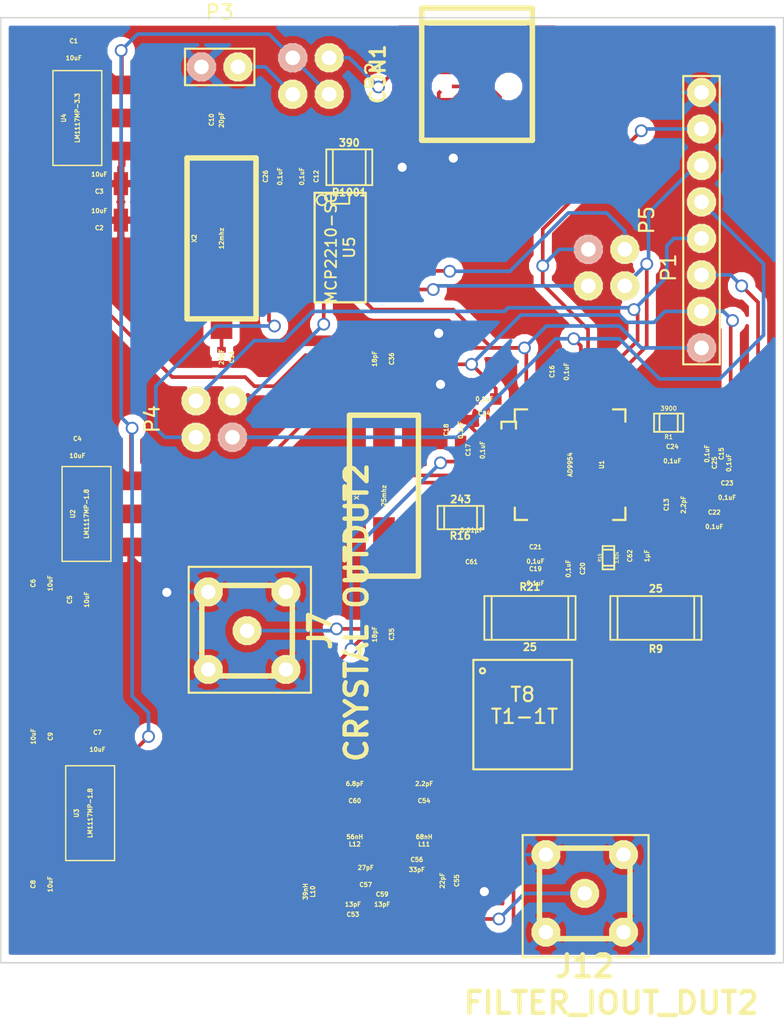
<source format=kicad_pcb>
(kicad_pcb (version 3) (host pcbnew "(2013-07-07 BZR 4022)-stable")
  (layers (15 Dessus.Cu signal) (0 Dessous.Cu signal))
  (net 0 "")
  (net 1 /OSC)
  (net 2 5V)
  (net 3 AVDD)
  (net 4 CHIPSELECT)
  (net 5 D+)
  (net 6 D-)
  (net 7 DVDD)
  (net 8 DVDD_I/O)
  (net 9 GND)
  (net 10 MISO)
  (net 11 MOSI)
  (net 12 N-0000010)
  (net 13 N-0000011)
  (net 14 N-0000017)
  (net 15 N-0000018)
  (net 16 N-0000019)
  (net 17 N-0000020)
  (net 18 N-0000022)
  (net 19 N-0000026)
  (net 20 N-0000027)
  (net 21 N-0000029)
  (net 22 N-000003)
  (net 23 N-0000031)
  (net 24 N-000004)
  (net 25 N-0000049)
  (net 26 N-0000050)
  (net 27 N-0000051)
  (net 28 N-0000052)
  (net 29 N-0000055)
  (net 30 N-000007)
  (net 31 N-000008)
  (net 32 N-000009)
  (net 33 OSC)
  (net 34 SCK)
  (net 35 XTAL_AUTO)
  (module USB_MINI_B (layer Dessus.Cu) (at 168.529 50.546 270)
    (fp_text reference CON1)
    (fp_text value USB-MINI-B hide)
    (pad 1 smd rect (at 3.44932 -1.6002 270) (size 2.30124 0.50038) (layers Dessus.Cu Dessus.Pate Dessus.Masque) (net 19 N-0000026))
    (pad 2 smd rect (at 3.44932 -0.8001 270) (size 2.30124 0.50038) (layers Dessus.Cu Dessus.Pate Dessus.Masque) (net 5 D+))
    (pad 3 smd rect (at 3.44932 0 270) (size 2.30124 0.50038) (layers Dessus.Cu Dessus.Pate Dessus.Masque) (net 6 D-))
    (pad 4 smd rect (at 3.44932 0.8001 270) (size 2.30124 0.50038) (layers Dessus.Cu Dessus.Pate Dessus.Masque))
    (pad 5 smd rect (at 3.44932 1.6002 270) (size 2.30124 0.50038) (layers Dessus.Cu Dessus.Pate Dessus.Masque) (net 9 GND))
    (pad 6 smd rect (at 3.35026 -4.45008 270) (size 2.49936 1.99898) (layers Dessus.Cu Dessus.Pate Dessus.Masque))
    (pad 7 smd rect (at -2.14884 -4.45008 270) (size 2.49936 1.99898) (layers Dessus.Cu Dessus.Pate Dessus.Masque))
    (pad 8 smd rect (at 3.35026 4.45008 270) (size 2.49936 1.99898) (layers Dessus.Cu Dessus.Pate Dessus.Masque))
    (pad 9 smd rect (at -2.14884 4.45008 270) (size 2.49936 1.99898) (layers Dessus.Cu Dessus.Pate Dessus.Masque))
    (pad "" np_thru_hole circle (at 0.8509 -2.19964 270) (size 0.89916 0.89916) (drill 0.89916) (layers *.Cu *.Mask Dessus.SilkS))
    (pad 2 np_thru_hole circle (at 0.8509 2.19964 270) (size 0.89916 0.89916) (drill 0.89916) (layers *.Cu *.Mask Dessus.SilkS) (net 5 D+))
  )
  (module TQFP48 (layer Dessus.Cu) (at 175.006 77.724 270)
    (fp_text reference U1)
    (fp_text value AD9954)
    (pad 1 smd rect (at -2.74828 4.27482 90) (size 0.3175 0.84836) (layers Dessus.Cu Dessus.Pate Dessus.Masque))
    (pad 2 smd rect (at -2.2479 4.27482 90) (size 0.3175 0.84836) (layers Dessus.Cu Dessus.Pate Dessus.Masque) (net 7 DVDD))
    (pad 3 smd rect (at -1.74752 4.27482 90) (size 0.3175 0.84836) (layers Dessus.Cu Dessus.Pate Dessus.Masque) (net 9 GND))
    (pad 4 smd rect (at -1.24968 4.27482 90) (size 0.3175 0.84836) (layers Dessus.Cu Dessus.Pate Dessus.Masque) (net 3 AVDD))
    (pad 5 smd rect (at -0.7493 4.27482 90) (size 0.3175 0.84836) (layers Dessus.Cu Dessus.Pate Dessus.Masque) (net 9 GND))
    (pad 6 smd rect (at -0.24892 4.27482 90) (size 0.3175 0.84836) (layers Dessus.Cu Dessus.Pate Dessus.Masque) (net 3 AVDD))
    (pad 7 smd rect (at 0.24892 4.27482 90) (size 0.3175 0.84836) (layers Dessus.Cu Dessus.Pate Dessus.Masque) (net 9 GND))
    (pad 8 smd rect (at 0.7493 4.27482 90) (size 0.3175 0.84836) (layers Dessus.Cu Dessus.Pate Dessus.Masque) (net 30 N-000007))
    (pad 9 smd rect (at 1.24968 4.27482 90) (size 0.3175 0.84836) (layers Dessus.Cu Dessus.Pate Dessus.Masque) (net 31 N-000008))
    (pad 10 smd rect (at 1.74752 4.27482 90) (size 0.3175 0.84836) (layers Dessus.Cu Dessus.Pate Dessus.Masque) (net 35 XTAL_AUTO))
    (pad 11 smd rect (at 2.2479 4.27482 90) (size 0.3175 0.84836) (layers Dessus.Cu Dessus.Pate Dessus.Masque))
    (pad 12 smd rect (at 2.74828 4.27482 90) (size 0.3175 0.84836) (layers Dessus.Cu Dessus.Pate Dessus.Masque) (net 24 N-000004))
    (pad 13 smd rect (at 4.27482 2.74828 180) (size 0.3175 0.84836) (layers Dessus.Cu Dessus.Pate Dessus.Masque) (net 3 AVDD))
    (pad 14 smd rect (at 4.27482 2.2479 180) (size 0.3175 0.84836) (layers Dessus.Cu Dessus.Pate Dessus.Masque) (net 9 GND))
    (pad 15 smd rect (at 4.27482 1.74752 180) (size 0.3175 0.84836) (layers Dessus.Cu Dessus.Pate Dessus.Masque) (net 9 GND))
    (pad 16 smd rect (at 4.27482 1.24968 180) (size 0.3175 0.84836) (layers Dessus.Cu Dessus.Pate Dessus.Masque) (net 3 AVDD))
    (pad 17 smd rect (at 4.27482 0.7493 180) (size 0.3175 0.84836) (layers Dessus.Cu Dessus.Pate Dessus.Masque) (net 9 GND))
    (pad 18 smd rect (at 4.27482 0.24892 180) (size 0.3175 0.84836) (layers Dessus.Cu Dessus.Pate Dessus.Masque) (net 3 AVDD))
    (pad 19 smd rect (at 4.27482 -0.24892 180) (size 0.3175 0.84836) (layers Dessus.Cu Dessus.Pate Dessus.Masque) (net 3 AVDD))
    (pad 20 smd rect (at 4.27482 -0.7493 180) (size 0.3175 0.84836) (layers Dessus.Cu Dessus.Pate Dessus.Masque) (net 27 N-0000051))
    (pad 21 smd rect (at 4.27482 -1.24968 180) (size 0.3175 0.84836) (layers Dessus.Cu Dessus.Pate Dessus.Masque) (net 28 N-0000052))
    (pad 22 smd rect (at 4.27482 -1.74752 180) (size 0.3175 0.84836) (layers Dessus.Cu Dessus.Pate Dessus.Masque) (net 9 GND))
    (pad 23 smd rect (at 4.27482 -2.2479 180) (size 0.3175 0.84836) (layers Dessus.Cu Dessus.Pate Dessus.Masque) (net 26 N-0000050))
    (pad 24 smd rect (at 4.27482 -2.74828 180) (size 0.3175 0.84836) (layers Dessus.Cu Dessus.Pate Dessus.Masque) (net 21 N-0000029))
    (pad 25 smd rect (at 2.74828 -4.27482 270) (size 0.3175 0.84836) (layers Dessus.Cu Dessus.Pate Dessus.Masque) (net 3 AVDD))
    (pad 26 smd rect (at 2.2479 -4.27482 270) (size 0.3175 0.84836) (layers Dessus.Cu Dessus.Pate Dessus.Masque) (net 9 GND))
    (pad 27 smd rect (at 1.74752 -4.27482 270) (size 0.3175 0.84836) (layers Dessus.Cu Dessus.Pate Dessus.Masque) (net 3 AVDD))
    (pad 28 smd rect (at 1.24968 -4.27482 270) (size 0.3175 0.84836) (layers Dessus.Cu Dessus.Pate Dessus.Masque) (net 18 N-0000022))
    (pad 29 smd rect (at 0.7493 -4.27482 270) (size 0.3175 0.84836) (layers Dessus.Cu Dessus.Pate Dessus.Masque) (net 3 AVDD))
    (pad 30 smd rect (at 0.24892 -4.27482 270) (size 0.3175 0.84836) (layers Dessus.Cu Dessus.Pate Dessus.Masque))
    (pad 31 smd rect (at -0.24892 -4.27482 270) (size 0.3175 0.84836) (layers Dessus.Cu Dessus.Pate Dessus.Masque))
    (pad 32 smd rect (at -0.7493 -4.27482 270) (size 0.3175 0.84836) (layers Dessus.Cu Dessus.Pate Dessus.Masque) (net 9 GND))
    (pad 33 smd rect (at -1.24968 -4.27482 270) (size 0.3175 0.84836) (layers Dessus.Cu Dessus.Pate Dessus.Masque) (net 9 GND))
    (pad 34 smd rect (at -1.74752 -4.27482 270) (size 0.3175 0.84836) (layers Dessus.Cu Dessus.Pate Dessus.Masque) (net 7 DVDD))
    (pad 35 smd rect (at -2.2479 -4.27482 270) (size 0.3175 0.84836) (layers Dessus.Cu Dessus.Pate Dessus.Masque) (net 9 GND))
    (pad 36 smd rect (at -2.74828 -4.27482 270) (size 0.3175 0.84836) (layers Dessus.Cu Dessus.Pate Dessus.Masque) (net 13 N-0000011))
    (pad 37 smd rect (at -4.27482 -2.74828) (size 0.3175 0.84836) (layers Dessus.Cu Dessus.Pate Dessus.Masque) (net 9 GND))
    (pad 38 smd rect (at -4.27482 -2.2479) (size 0.3175 0.84836) (layers Dessus.Cu Dessus.Pate Dessus.Masque) (net 10 MISO))
    (pad 39 smd rect (at -4.27482 -1.74752) (size 0.3175 0.84836) (layers Dessus.Cu Dessus.Pate Dessus.Masque) (net 4 CHIPSELECT))
    (pad 40 smd rect (at -4.27482 -1.24968) (size 0.3175 0.84836) (layers Dessus.Cu Dessus.Pate Dessus.Masque) (net 34 SCK))
    (pad 41 smd rect (at -4.27482 -0.7493) (size 0.3175 0.84836) (layers Dessus.Cu Dessus.Pate Dessus.Masque) (net 11 MOSI))
    (pad 42 smd rect (at -4.27482 -0.24892) (size 0.3175 0.84836) (layers Dessus.Cu Dessus.Pate Dessus.Masque) (net 9 GND))
    (pad 43 smd rect (at -4.27482 0.24892) (size 0.3175 0.84836) (layers Dessus.Cu Dessus.Pate Dessus.Masque) (net 8 DVDD_I/O))
    (pad 44 smd rect (at -4.27482 0.7493) (size 0.3175 0.84836) (layers Dessus.Cu Dessus.Pate Dessus.Masque))
    (pad 45 smd rect (at -4.27482 1.24968) (size 0.3175 0.84836) (layers Dessus.Cu Dessus.Pate Dessus.Masque))
    (pad 46 smd rect (at -4.27482 1.74752) (size 0.3175 0.84836) (layers Dessus.Cu Dessus.Pate Dessus.Masque) (net 9 GND))
    (pad 47 smd rect (at -4.27482 2.2479) (size 0.3175 0.84836) (layers Dessus.Cu Dessus.Pate Dessus.Masque) (net 9 GND))
    (pad 48 smd rect (at -4.27482 2.74828) (size 0.3175 0.84836) (layers Dessus.Cu Dessus.Pate Dessus.Masque) (net 9 GND))
    (pad 49 smd rect (at 0 0 270) (size 3.5 3.5) (layers Dessus.Cu Dessus.Pate Dessus.Masque) (net 9 GND))
  )
  (module SSOP20 (layer Dessus.Cu) (at 159.004 62.611 270)
    (fp_text reference U5)
    (fp_text value MCP2210-SO)
    (pad 1 smd rect (at -2.921 2.667 270) (size 0.4064 1.27) (layers Dessus.Cu Dessus.Pate Dessus.Masque) (net 8 DVDD_I/O))
    (pad 2 smd rect (at -2.286 2.667 270) (size 0.4064 1.27) (layers Dessus.Cu Dessus.Pate Dessus.Masque) (net 33 OSC))
    (pad 3 smd rect (at -1.6256 2.667 270) (size 0.4064 1.27) (layers Dessus.Cu Dessus.Pate Dessus.Masque) (net 1 /OSC))
    (pad 4 smd rect (at -0.9652 2.667 270) (size 0.4064 1.27) (layers Dessus.Cu Dessus.Pate Dessus.Masque) (net 29 N-0000055))
    (pad 5 smd rect (at -0.3302 2.667 270) (size 0.4064 1.27) (layers Dessus.Cu Dessus.Pate Dessus.Masque) (net 25 N-0000049))
    (pad 6 smd rect (at 0.3302 2.667 270) (size 0.4064 1.27) (layers Dessus.Cu Dessus.Pate Dessus.Masque))
    (pad 7 smd rect (at 0.9906 2.667 270) (size 0.4064 1.27) (layers Dessus.Cu Dessus.Pate Dessus.Masque))
    (pad 8 smd rect (at 1.6256 2.667 270) (size 0.4064 1.27) (layers Dessus.Cu Dessus.Pate Dessus.Masque))
    (pad 9 smd rect (at 2.286 2.667 270) (size 0.4064 1.27) (layers Dessus.Cu Dessus.Pate Dessus.Masque) (net 12 N-0000010))
    (pad 10 smd rect (at 2.921 2.667 270) (size 0.4064 1.27) (layers Dessus.Cu Dessus.Pate Dessus.Masque))
    (pad 11 smd rect (at 2.921 -2.667 270) (size 0.4064 1.27) (layers Dessus.Cu Dessus.Pate Dessus.Masque) (net 14 N-0000017))
    (pad 12 smd rect (at 2.286 -2.667 270) (size 0.4064 1.27) (layers Dessus.Cu Dessus.Pate Dessus.Masque))
    (pad 13 smd rect (at 1.6256 -2.667 270) (size 0.4064 1.27) (layers Dessus.Cu Dessus.Pate Dessus.Masque) (net 32 N-000009))
    (pad 14 smd rect (at 0.9906 -2.667 270) (size 0.4064 1.27) (layers Dessus.Cu Dessus.Pate Dessus.Masque))
    (pad 15 smd rect (at 0.3302 -2.667 270) (size 0.4064 1.27) (layers Dessus.Cu Dessus.Pate Dessus.Masque))
    (pad 16 smd rect (at -0.3302 -2.667 270) (size 0.4064 1.27) (layers Dessus.Cu Dessus.Pate Dessus.Masque))
    (pad 17 smd rect (at -0.9652 -2.667 270) (size 0.4064 1.27) (layers Dessus.Cu Dessus.Pate Dessus.Masque) (net 8 DVDD_I/O))
    (pad 18 smd rect (at -1.6256 -2.667 270) (size 0.4064 1.27) (layers Dessus.Cu Dessus.Pate Dessus.Masque) (net 6 D-))
    (pad 19 smd rect (at -2.286 -2.667 270) (size 0.4064 1.27) (layers Dessus.Cu Dessus.Pate Dessus.Masque) (net 5 D+))
    (pad 20 smd rect (at -2.921 -2.667 270) (size 0.4064 1.27) (layers Dessus.Cu Dessus.Pate Dessus.Masque) (net 9 GND))
  )
  (module SOT-223 (layer Dessus.Cu) (at 141.605 101.981 90)
    (fp_text reference U3)
    (fp_text value LM1117MP-1.8)
    (pad 1 smd rect (at -2.30124 3.0988 90) (size 1.30048 2.4003) (layers Dessus.Cu Dessus.Pate Dessus.Masque) (net 9 GND))
    (pad 2 smd rect (at 0 3.0988 90) (size 1.30048 2.4003) (layers Dessus.Cu Dessus.Pate Dessus.Masque) (net 3 AVDD))
    (pad 3 smd rect (at 2.30124 3.0988 90) (size 1.30048 2.4003) (layers Dessus.Cu Dessus.Pate Dessus.Masque) (net 2 5V))
    (pad 4 smd rect (at 0 -3.0988 90) (size 3.59918 2.19964) (layers Dessus.Cu Dessus.Pate Dessus.Masque) (net 3 AVDD))
  )
  (module SOT-223 (layer Dessus.Cu) (at 141.351 81.153 90)
    (fp_text reference U2)
    (fp_text value LM1117MP-1.8)
    (pad 1 smd rect (at -2.30124 3.0988 90) (size 1.30048 2.4003) (layers Dessus.Cu Dessus.Pate Dessus.Masque) (net 9 GND))
    (pad 2 smd rect (at 0 3.0988 90) (size 1.30048 2.4003) (layers Dessus.Cu Dessus.Pate Dessus.Masque) (net 7 DVDD))
    (pad 3 smd rect (at 2.30124 3.0988 90) (size 1.30048 2.4003) (layers Dessus.Cu Dessus.Pate Dessus.Masque) (net 2 5V))
    (pad 4 smd rect (at 0 -3.0988 90) (size 3.59918 2.19964) (layers Dessus.Cu Dessus.Pate Dessus.Masque) (net 7 DVDD))
  )
  (module SOT-223 (layer Dessus.Cu) (at 140.716 53.594 90)
    (fp_text reference U4)
    (fp_text value LM1117MP-3.3)
    (pad 1 smd rect (at -2.30124 3.0988 90) (size 1.30048 2.4003) (layers Dessus.Cu Dessus.Pate Dessus.Masque) (net 9 GND))
    (pad 2 smd rect (at 0 3.0988 90) (size 1.30048 2.4003) (layers Dessus.Cu Dessus.Pate Dessus.Masque) (net 8 DVDD_I/O))
    (pad 3 smd rect (at 2.30124 3.0988 90) (size 1.30048 2.4003) (layers Dessus.Cu Dessus.Pate Dessus.Masque) (net 2 5V))
    (pad 4 smd rect (at 0 -3.0988 90) (size 3.59918 2.19964) (layers Dessus.Cu Dessus.Pate Dessus.Masque) (net 8 DVDD_I/O))
  )
  (module r_2512 (layer Dessus.Cu) (at 180.975 88.392 180)
    (fp_text reference R9)
    (fp_text value 25)
    (pad 1 smd rect (at 3.1877 0 180) (size 1.6002 3.175) (layers Dessus.Cu Dessus.Pate Dessus.Masque) (net 28 N-0000052))
    (pad 2 smd rect (at -3.1877 0 180) (size 1.6002 3.175) (layers Dessus.Cu Dessus.Pate Dessus.Masque) (net 3 AVDD))
  )
  (module r_2512 (layer Dessus.Cu) (at 172.212 88.392)
    (fp_text reference R21)
    (fp_text value 25)
    (pad 1 smd rect (at 3.1877 0) (size 1.6002 3.175) (layers Dessus.Cu Dessus.Pate Dessus.Masque) (net 27 N-0000051))
    (pad 2 smd rect (at -3.1877 0) (size 1.6002 3.175) (layers Dessus.Cu Dessus.Pate Dessus.Masque) (net 3 AVDD))
  )
  (module r_1210 (layer Dessus.Cu) (at 159.639 57.023 180)
    (fp_text reference R1001)
    (fp_text value 390)
    (pad 1 smd rect (at 1.397 0 180) (size 1.6002 2.6924) (layers Dessus.Cu Dessus.Pate Dessus.Masque) (net 8 DVDD_I/O))
    (pad 2 smd rect (at -1.397 0 180) (size 1.6002 2.6924) (layers Dessus.Cu Dessus.Pate Dessus.Masque) (net 29 N-0000055))
  )
  (module r_1206 (layer Dessus.Cu) (at 167.386 81.407 180)
    (fp_text reference R16)
    (fp_text value 243)
    (pad 1 smd rect (at 1.397 0 180) (size 1.6002 1.8034) (layers Dessus.Cu Dessus.Pate Dessus.Masque) (net 22 N-000003))
    (pad 2 smd rect (at -1.397 0 180) (size 1.6002 1.8034) (layers Dessus.Cu Dessus.Pate Dessus.Masque) (net 24 N-000004))
  )
  (module r_0805 (layer Dessus.Cu) (at 181.864 74.803 180)
    (fp_text reference R1)
    (fp_text value 3900)
    (pad 1 smd rect (at 0.9525 0 180) (size 1.30048 1.4986) (layers Dessus.Cu Dessus.Pate Dessus.Masque) (net 13 N-0000011))
    (pad 2 smd rect (at -0.9525 0 180) (size 1.30048 1.4986) (layers Dessus.Cu Dessus.Pate Dessus.Masque) (net 9 GND))
  )
  (module r_0603 (layer Dessus.Cu) (at 177.673 84.201 90)
    (fp_text reference R15)
    (fp_text value 3.92k)
    (pad 1 smd rect (at 0.75184 0 90) (size 0.89916 1.00076) (layers Dessus.Cu Dessus.Pate Dessus.Masque) (net 26 N-0000050))
    (pad 2 smd rect (at -0.75184 0 90) (size 0.89916 1.00076) (layers Dessus.Cu Dessus.Pate Dessus.Masque) (net 9 GND))
  )
  (module KK81 (layer Dessus.Cu) (at 171.704 95.123)
    (fp_text reference T8)
    (fp_text value T1-1T)
    (pad 2 smd rect (at 6.03 0) (size 3.18 1.27) (layers Dessus.Cu Dessus.Pate Dessus.Masque))
    (pad 1 smd rect (at 6.03 -2.54) (size 3.18 1.27) (layers Dessus.Cu Dessus.Pate Dessus.Masque) (net 28 N-0000052))
    (pad 3 smd rect (at 6.03 2.54) (size 3.18 1.27) (layers Dessus.Cu Dessus.Pate Dessus.Masque) (net 27 N-0000051))
    (pad 4 smd rect (at -6.03 2.54) (size 3.18 1.27) (layers Dessus.Cu Dessus.Pate Dessus.Masque) (net 23 N-0000031))
    (pad 5 smd rect (at -6.03 0) (size 3.18 1.27) (layers Dessus.Cu Dessus.Pate Dessus.Masque))
    (pad 6 smd rect (at -6.03 -2.54) (size 3.18 1.27) (layers Dessus.Cu Dessus.Pate Dessus.Masque) (net 9 GND))
  )
  (module HC49/US (layer Dessus.Cu) (at 162.052 79.883 90)
    (fp_text reference X1)
    (fp_text value 25mhz)
    (pad 1 smd rect (at -4.24942 0 90) (size 5.4991 1.50114) (layers Dessus.Cu Dessus.Pate Dessus.Masque) (net 31 N-000008))
    (pad 2 smd rect (at 4.24942 0 90) (size 5.4991 1.50114) (layers Dessus.Cu Dessus.Pate Dessus.Masque) (net 30 N-000007))
  )
  (module HC49/US (layer Dessus.Cu) (at 150.749 61.976 90)
    (fp_text reference X2)
    (fp_text value 12mhz)
    (pad 1 smd rect (at -4.24942 0 90) (size 5.4991 1.50114) (layers Dessus.Cu Dessus.Pate Dessus.Masque) (net 1 /OSC))
    (pad 2 smd rect (at 4.24942 0 90) (size 5.4991 1.50114) (layers Dessus.Cu Dessus.Pate Dessus.Masque) (net 33 OSC))
  )
  (module BARRETTE_8V (layer Dessus.Cu) (at 184.15 60.706 90)
    (fp_text reference P5)
    (fp_text value CONN_8 hide)
    (pad 1 thru_hole circle (at -8.89 0 90) (size 2 2) (drill 1.02) (layers *.Mask Dessous.Cu Dessous.SilkS) (net 8 DVDD_I/O))
    (pad 2 thru_hole circle (at -6.35 0 90) (size 2 2) (drill 1.02) (layers *.Mask Dessous.Cu Dessus.SilkS) (net 7 DVDD))
    (pad 3 thru_hole circle (at -3.81 0 90) (size 2 2) (drill 1.02) (layers *.Mask Dessous.Cu Dessus.SilkS) (net 3 AVDD))
    (pad 4 thru_hole circle (at -1.27 0 90) (size 2 2) (drill 1.02) (layers *.Mask Dessous.Cu Dessus.SilkS) (net 4 CHIPSELECT))
    (pad 5 thru_hole circle (at 1.27 0 90) (size 2 2) (drill 1.02) (layers *.Mask Dessous.Cu Dessus.SilkS) (net 11 MOSI))
    (pad 6 thru_hole circle (at 3.81 0 90) (size 2 2) (drill 1.02) (layers *.Mask Dessous.Cu Dessus.SilkS) (net 10 MISO))
    (pad 7 thru_hole circle (at 6.35 0 90) (size 2 2) (drill 1.02) (layers *.Mask Dessous.Cu Dessus.SilkS) (net 34 SCK))
    (pad 8 thru_hole circle (at 8.89 0 90) (size 2 2) (drill 1.02) (layers *.Mask Dessous.Cu Dessus.SilkS) (net 9 GND))
  )
  (module BARRETTE_2x2V (layer Dessus.Cu) (at 176.276 64.008 270)
    (fp_text reference P1)
    (fp_text value CONN_2X2 hide)
    (pad 1 thru_hole circle (at -1.27 0 270) (size 2 2) (drill 1.02) (layers *.Mask Dessous.Cu Dessous.SilkS) (net 34 SCK))
    (pad 2 thru_hole circle (at 1.27 0 270) (size 2 2) (drill 1.02) (layers *.Mask Dessous.Cu Dessus.SilkS) (net 14 N-0000017))
    (pad 3 thru_hole circle (at 1.27 -2.54 270) (size 2 2) (drill 1.02) (layers *.Mask Dessous.Cu Dessus.SilkS) (net 10 MISO))
    (pad 4 thru_hole circle (at -1.27 -2.54 270) (size 2 2) (drill 1.02) (layers *.Mask Dessous.Cu Dessus.SilkS) (net 32 N-000009))
  )
  (module BARRETTE_2x2V (layer Dessus.Cu) (at 151.511 74.549 90)
    (fp_text reference P4)
    (fp_text value CONN_2X2 hide)
    (pad 1 thru_hole circle (at -1.27 0 90) (size 2 2) (drill 1.02) (layers *.Mask Dessous.Cu Dessous.SilkS) (net 11 MOSI))
    (pad 2 thru_hole circle (at 1.27 0 90) (size 2 2) (drill 1.02) (layers *.Mask Dessous.Cu Dessus.SilkS) (net 12 N-0000010))
    (pad 3 thru_hole circle (at 1.27 -2.54 90) (size 2 2) (drill 1.02) (layers *.Mask Dessous.Cu Dessus.SilkS) (net 4 CHIPSELECT))
    (pad 4 thru_hole circle (at -1.27 -2.54 90) (size 2 2) (drill 1.02) (layers *.Mask Dessous.Cu Dessus.SilkS) (net 25 N-0000049))
  )
  (module BARRETTE_2x2V (layer Dessus.Cu) (at 155.702 50.673 270)
    (fp_text reference P2)
    (fp_text value CONN_2X2 hide)
    (pad 1 thru_hole circle (at -1.27 0 270) (size 2 2) (drill 1.02) (layers *.Mask Dessous.Cu Dessous.SilkS) (net 2 5V))
    (pad 2 thru_hole circle (at 1.27 0 270) (size 2 2) (drill 1.02) (layers *.Mask Dessous.Cu Dessus.SilkS) (net 20 N-0000027))
    (pad 3 thru_hole circle (at 1.27 -2.54 270) (size 2 2) (drill 1.02) (layers *.Mask Dessous.Cu Dessus.SilkS) (net 2 5V))
    (pad 4 thru_hole circle (at -1.27 -2.54 270) (size 2 2) (drill 1.02) (layers *.Mask Dessous.Cu Dessus.SilkS) (net 19 N-0000026))
  )
  (module BARRETTE_2V (layer Dessus.Cu) (at 150.622 50.038)
    (fp_text reference P3)
    (fp_text value CONN_2 hide)
    (pad 1 thru_hole circle (at -1.27 0) (size 2 2) (drill 1.02) (layers *.Mask Dessous.Cu Dessous.SilkS) (net 9 GND))
    (pad 2 thru_hole circle (at 1.27 0) (size 2 2) (drill 1.02) (layers *.Mask Dessous.Cu Dessus.SilkS) (net 20 N-0000027))
  )
  (module 1206 (layer Dessus.Cu) (at 140.716 76.454 180)
    (fp_text reference C4)
    (fp_text value 10uF)
    (pad 1 smd rect (at -1.50114 0 180) (size 1.00076 1.6002) (layers Dessus.Cu Dessus.Pate Dessus.Masque) (net 2 5V))
    (pad 2 smd rect (at 1.50114 0 180) (size 1.00076 1.6002) (layers Dessus.Cu Dessus.Pate Dessus.Masque) (net 9 GND))
  )
  (module 1206 (layer Dessus.Cu) (at 138.176 85.979 270)
    (fp_text reference C6)
    (fp_text value 10uF)
    (pad 1 smd rect (at -1.50114 0 270) (size 1.00076 1.6002) (layers Dessus.Cu Dessus.Pate Dessus.Masque) (net 7 DVDD))
    (pad 2 smd rect (at 1.50114 0 270) (size 1.00076 1.6002) (layers Dessus.Cu Dessus.Pate Dessus.Masque) (net 9 GND))
  )
  (module 1206 (layer Dessus.Cu) (at 142.24 60.706)
    (fp_text reference C2)
    (fp_text value 10uF)
    (pad 1 smd rect (at -1.50114 0) (size 1.00076 1.6002) (layers Dessus.Cu Dessus.Pate Dessus.Masque) (net 8 DVDD_I/O))
    (pad 2 smd rect (at 1.50114 0) (size 1.00076 1.6002) (layers Dessus.Cu Dessus.Pate Dessus.Masque) (net 9 GND))
  )
  (module 1206 (layer Dessus.Cu) (at 140.716 87.122 270)
    (fp_text reference C5)
    (fp_text value 10uF)
    (pad 1 smd rect (at -1.50114 0 270) (size 1.00076 1.6002) (layers Dessus.Cu Dessus.Pate Dessus.Masque) (net 7 DVDD))
    (pad 2 smd rect (at 1.50114 0 270) (size 1.00076 1.6002) (layers Dessus.Cu Dessus.Pate Dessus.Masque) (net 9 GND))
  )
  (module 1206 (layer Dessus.Cu) (at 142.113 96.901 180)
    (fp_text reference C7)
    (fp_text value 10uF)
    (pad 1 smd rect (at -1.50114 0 180) (size 1.00076 1.6002) (layers Dessus.Cu Dessus.Pate Dessus.Masque) (net 2 5V))
    (pad 2 smd rect (at 1.50114 0 180) (size 1.00076 1.6002) (layers Dessus.Cu Dessus.Pate Dessus.Masque) (net 9 GND))
  )
  (module 1206 (layer Dessus.Cu) (at 138.303 96.647 90)
    (fp_text reference C9)
    (fp_text value 10uF)
    (pad 1 smd rect (at -1.50114 0 90) (size 1.00076 1.6002) (layers Dessus.Cu Dessus.Pate Dessus.Masque) (net 3 AVDD))
    (pad 2 smd rect (at 1.50114 0 90) (size 1.00076 1.6002) (layers Dessus.Cu Dessus.Pate Dessus.Masque) (net 9 GND))
  )
  (module 1206 (layer Dessus.Cu) (at 138.176 106.934 270)
    (fp_text reference C8)
    (fp_text value 10uF)
    (pad 1 smd rect (at -1.50114 0 270) (size 1.00076 1.6002) (layers Dessus.Cu Dessus.Pate Dessus.Masque) (net 3 AVDD))
    (pad 2 smd rect (at 1.50114 0 270) (size 1.00076 1.6002) (layers Dessus.Cu Dessus.Pate Dessus.Masque) (net 9 GND))
  )
  (module 1206 (layer Dessus.Cu) (at 179.705 84.074 270)
    (fp_text reference C62)
    (fp_text value 1μF)
    (pad 1 smd rect (at -1.50114 0 270) (size 1.00076 1.6002) (layers Dessus.Cu Dessus.Pate Dessus.Masque) (net 21 N-0000029))
    (pad 2 smd rect (at 1.50114 0 270) (size 1.00076 1.6002) (layers Dessus.Cu Dessus.Pate Dessus.Masque) (net 9 GND))
  )
  (module 1206 (layer Dessus.Cu) (at 142.24 58.166)
    (fp_text reference C3)
    (fp_text value 10uF)
    (pad 1 smd rect (at -1.50114 0) (size 1.00076 1.6002) (layers Dessus.Cu Dessus.Pate Dessus.Masque) (net 8 DVDD_I/O))
    (pad 2 smd rect (at 1.50114 0) (size 1.00076 1.6002) (layers Dessus.Cu Dessus.Pate Dessus.Masque) (net 9 GND))
  )
  (module 1206 (layer Dessus.Cu) (at 140.462 48.768 180)
    (fp_text reference C1)
    (fp_text value 10uF)
    (pad 1 smd rect (at -1.50114 0 180) (size 1.00076 1.6002) (layers Dessus.Cu Dessus.Pate Dessus.Masque) (net 2 5V))
    (pad 2 smd rect (at 1.50114 0 180) (size 1.00076 1.6002) (layers Dessus.Cu Dessus.Pate Dessus.Masque) (net 9 GND))
  )
  (module 1206 (layer Dessus.Cu) (at 162.052 89.535 90)
    (fp_text reference C35)
    (fp_text value 18pF)
    (pad 1 smd rect (at -1.50114 0 90) (size 1.00076 1.6002) (layers Dessus.Cu Dessus.Pate Dessus.Masque) (net 9 GND))
    (pad 2 smd rect (at 1.50114 0 90) (size 1.00076 1.6002) (layers Dessus.Cu Dessus.Pate Dessus.Masque) (net 31 N-000008))
  )
  (module 1206 (layer Dessus.Cu) (at 162.052 70.358 90)
    (fp_text reference C36)
    (fp_text value 18pF)
    (pad 1 smd rect (at -1.50114 0 90) (size 1.00076 1.6002) (layers Dessus.Cu Dessus.Pate Dessus.Masque) (net 30 N-000007))
    (pad 2 smd rect (at 1.50114 0 90) (size 1.00076 1.6002) (layers Dessus.Cu Dessus.Pate Dessus.Masque) (net 9 GND))
  )
  (module 1206 (layer Dessus.Cu) (at 160.782 106.426)
    (fp_text reference C57)
    (fp_text value 27pF)
    (pad 1 smd rect (at -1.50114 0) (size 1.00076 1.6002) (layers Dessus.Cu Dessus.Pate Dessus.Masque) (net 16 N-0000019))
    (pad 2 smd rect (at 1.50114 0) (size 1.00076 1.6002) (layers Dessus.Cu Dessus.Pate Dessus.Masque) (net 9 GND))
  )
  (module 1206 (layer Dessus.Cu) (at 164.846 100.584)
    (fp_text reference C54)
    (fp_text value 2.2pF)
    (pad 1 smd rect (at -1.50114 0) (size 1.00076 1.6002) (layers Dessus.Cu Dessus.Pate Dessus.Masque) (net 17 N-0000020))
    (pad 2 smd rect (at 1.50114 0) (size 1.00076 1.6002) (layers Dessus.Cu Dessus.Pate Dessus.Masque) (net 23 N-0000031))
  )
  (module 1206 (layer Dessus.Cu) (at 160.02 100.584)
    (fp_text reference C60)
    (fp_text value 6.8pF)
    (pad 1 smd rect (at -1.50114 0) (size 1.00076 1.6002) (layers Dessus.Cu Dessus.Pate Dessus.Masque) (net 16 N-0000019))
    (pad 2 smd rect (at 1.50114 0) (size 1.00076 1.6002) (layers Dessus.Cu Dessus.Pate Dessus.Masque) (net 17 N-0000020))
  )
  (module 1206 (layer Dessus.Cu) (at 182.245 80.518 270)
    (fp_text reference C13)
    (fp_text value 2,2pF)
    (pad 1 smd rect (at -1.50114 0 270) (size 1.00076 1.6002) (layers Dessus.Cu Dessus.Pate Dessus.Masque) (net 18 N-0000022))
    (pad 2 smd rect (at 1.50114 0 270) (size 1.00076 1.6002) (layers Dessus.Cu Dessus.Pate Dessus.Masque) (net 9 GND))
  )
  (module 1008CS (layer Dessus.Cu) (at 164.846 103.632)
    (fp_text reference L11)
    (fp_text value 68nH)
    (pad 1 smd rect (at -1.3 0) (size 1.3 2.54) (layers Dessus.Cu Dessus.Pate Dessus.Masque) (net 17 N-0000020))
    (pad 2 smd rect (at 1.3 0) (size 1.3 2.54) (layers Dessus.Cu Dessus.Pate Dessus.Masque) (net 23 N-0000031))
  )
  (module 1008CS (layer Dessus.Cu) (at 160.02 103.632)
    (fp_text reference L12)
    (fp_text value 56nH)
    (pad 1 smd rect (at -1.3 0) (size 1.3 2.54) (layers Dessus.Cu Dessus.Pate Dessus.Masque) (net 16 N-0000019))
    (pad 2 smd rect (at 1.3 0) (size 1.3 2.54) (layers Dessus.Cu Dessus.Pate Dessus.Masque) (net 17 N-0000020))
  )
  (module 1008CS (layer Dessus.Cu) (at 156.591 107.442 90)
    (fp_text reference L10)
    (fp_text value 39nH)
    (pad 1 smd rect (at -1.3 0 90) (size 1.3 2.54) (layers Dessus.Cu Dessus.Pate Dessus.Masque) (net 15 N-0000018))
    (pad 2 smd rect (at 1.3 0 90) (size 1.3 2.54) (layers Dessus.Cu Dessus.Pate Dessus.Masque) (net 16 N-0000019))
  )
  (module 0805 (layer Dessus.Cu) (at 168.148 83.439 180)
    (fp_text reference C61)
    (fp_text value 0.01μF)
    (pad 1 smd rect (at -1.00076 0 180) (size 1.00076 1.24968) (layers Dessus.Cu Dessus.Pate Dessus.Masque) (net 3 AVDD) (clearance 0.14986))
    (pad 2 smd rect (at 1.00076 0 180) (size 1.00076 1.24968) (layers Dessus.Cu Dessus.Pate Dessus.Masque) (net 22 N-000003) (clearance 0.14986))
  )
  (module 0603 (layer Dessus.Cu) (at 184.531 76.962 270)
    (fp_text reference C15)
    (fp_text value 0,1uF)
    (pad 1 smd rect (at -0.8001 0 270) (size 0.8001 0.8001) (layers Dessus.Cu Dessus.Pate Dessus.Masque) (net 7 DVDD))
    (pad 2 smd rect (at 0.8001 0 270) (size 0.8001 0.8001) (layers Dessus.Cu Dessus.Pate Dessus.Masque) (net 9 GND))
  )
  (module 0603 (layer Dessus.Cu) (at 186.055 77.597 90)
    (fp_text reference C25)
    (fp_text value 0,1uF)
    (pad 1 smd rect (at -0.8001 0 90) (size 0.8001 0.8001) (layers Dessus.Cu Dessus.Pate Dessus.Masque) (net 3 AVDD))
    (pad 2 smd rect (at 0.8001 0 90) (size 0.8001 0.8001) (layers Dessus.Cu Dessus.Pate Dessus.Masque) (net 9 GND))
  )
  (module 0603 (layer Dessus.Cu) (at 182.118 77.47)
    (fp_text reference C24)
    (fp_text value 0,1uF)
    (pad 1 smd rect (at -0.8001 0) (size 0.8001 0.8001) (layers Dessus.Cu Dessus.Pate Dessus.Masque) (net 3 AVDD))
    (pad 2 smd rect (at 0.8001 0) (size 0.8001 0.8001) (layers Dessus.Cu Dessus.Pate Dessus.Masque) (net 9 GND))
  )
  (module 0603 (layer Dessus.Cu) (at 185.928 80.01)
    (fp_text reference C23)
    (fp_text value 0,1uF)
    (pad 1 smd rect (at -0.8001 0) (size 0.8001 0.8001) (layers Dessus.Cu Dessus.Pate Dessus.Masque) (net 3 AVDD))
    (pad 2 smd rect (at 0.8001 0) (size 0.8001 0.8001) (layers Dessus.Cu Dessus.Pate Dessus.Masque) (net 9 GND))
  )
  (module 0603 (layer Dessus.Cu) (at 185.039 82.042)
    (fp_text reference C22)
    (fp_text value 0,1uF)
    (pad 1 smd rect (at -0.8001 0) (size 0.8001 0.8001) (layers Dessus.Cu Dessus.Pate Dessus.Masque) (net 3 AVDD))
    (pad 2 smd rect (at 0.8001 0) (size 0.8001 0.8001) (layers Dessus.Cu Dessus.Pate Dessus.Masque) (net 9 GND))
  )
  (module 0603 (layer Dessus.Cu) (at 172.593 84.455)
    (fp_text reference C21)
    (fp_text value 0,1uF)
    (pad 1 smd rect (at -0.8001 0) (size 0.8001 0.8001) (layers Dessus.Cu Dessus.Pate Dessus.Masque) (net 3 AVDD))
    (pad 2 smd rect (at 0.8001 0) (size 0.8001 0.8001) (layers Dessus.Cu Dessus.Pate Dessus.Masque) (net 9 GND))
  )
  (module 0603 (layer Dessus.Cu) (at 174.879 84.963 270)
    (fp_text reference C20)
    (fp_text value 0,1uF)
    (pad 1 smd rect (at -0.8001 0 270) (size 0.8001 0.8001) (layers Dessus.Cu Dessus.Pate Dessus.Masque) (net 3 AVDD))
    (pad 2 smd rect (at 0.8001 0 270) (size 0.8001 0.8001) (layers Dessus.Cu Dessus.Pate Dessus.Masque) (net 9 GND))
  )
  (module 0603 (layer Dessus.Cu) (at 172.593 85.979)
    (fp_text reference C19)
    (fp_text value 0,1uF)
    (pad 1 smd rect (at -0.8001 0) (size 0.8001 0.8001) (layers Dessus.Cu Dessus.Pate Dessus.Masque) (net 3 AVDD))
    (pad 2 smd rect (at 0.8001 0) (size 0.8001 0.8001) (layers Dessus.Cu Dessus.Pate Dessus.Masque) (net 9 GND))
  )
  (module 0603 (layer Dessus.Cu) (at 167.386 75.311 90)
    (fp_text reference C18)
    (fp_text value 0,1uF)
    (pad 1 smd rect (at -0.8001 0 90) (size 0.8001 0.8001) (layers Dessus.Cu Dessus.Pate Dessus.Masque) (net 3 AVDD))
    (pad 2 smd rect (at 0.8001 0 90) (size 0.8001 0.8001) (layers Dessus.Cu Dessus.Pate Dessus.Masque) (net 9 GND))
  )
  (module 0603 (layer Dessus.Cu) (at 168.91 76.708 90)
    (fp_text reference C17)
    (fp_text value 0,1uF)
    (pad 1 smd rect (at -0.8001 0 90) (size 0.8001 0.8001) (layers Dessus.Cu Dessus.Pate Dessus.Masque) (net 3 AVDD))
    (pad 2 smd rect (at 0.8001 0 90) (size 0.8001 0.8001) (layers Dessus.Cu Dessus.Pate Dessus.Masque) (net 9 GND))
  )
  (module 0603 (layer Dessus.Cu) (at 156.337 57.658 270)
    (fp_text reference C12)
    (fp_text value 0,1uF)
    (pad 1 smd rect (at -0.8001 0 270) (size 0.8001 0.8001) (layers Dessus.Cu Dessus.Pate Dessus.Masque) (net 9 GND))
    (pad 2 smd rect (at 0.8001 0 270) (size 0.8001 0.8001) (layers Dessus.Cu Dessus.Pate Dessus.Masque) (net 8 DVDD_I/O))
  )
  (module 0603 (layer Dessus.Cu) (at 169.037 73.152 180)
    (fp_text reference C14)
    (fp_text value 0,1uF)
    (pad 1 smd rect (at -0.8001 0 180) (size 0.8001 0.8001) (layers Dessus.Cu Dessus.Pate Dessus.Masque) (net 7 DVDD))
    (pad 2 smd rect (at 0.8001 0 180) (size 0.8001 0.8001) (layers Dessus.Cu Dessus.Pate Dessus.Masque) (net 9 GND))
  )
  (module 0603 (layer Dessus.Cu) (at 174.752 71.247 90)
    (fp_text reference C16)
    (fp_text value 0,1uF)
    (pad 1 smd rect (at -0.8001 0 90) (size 0.8001 0.8001) (layers Dessus.Cu Dessus.Pate Dessus.Masque) (net 8 DVDD_I/O))
    (pad 2 smd rect (at 0.8001 0 90) (size 0.8001 0.8001) (layers Dessus.Cu Dessus.Pate Dessus.Masque) (net 9 GND))
  )
  (module 0603 (layer Dessus.Cu) (at 166.116 106.68 270)
    (fp_text reference C55)
    (fp_text value 22pF)
    (pad 1 smd rect (at -0.8001 0 270) (size 0.8001 0.8001) (layers Dessus.Cu Dessus.Pate Dessus.Masque) (net 23 N-0000031))
    (pad 2 smd rect (at 0.8001 0 270) (size 0.8001 0.8001) (layers Dessus.Cu Dessus.Pate Dessus.Masque) (net 9 GND))
  )
  (module 0402 (layer Dessus.Cu) (at 159.893 108.331 180)
    (fp_text reference C53)
    (fp_text value 13pF)
    (pad 1 smd rect (at -0.50038 0 180) (size 0.39878 0.59944) (layers Dessus.Cu Dessus.Pate Dessus.Masque) (net 15 N-0000018))
    (pad 2 smd rect (at 0.50038 0 180) (size 0.39878 0.59944) (layers Dessus.Cu Dessus.Pate Dessus.Masque) (net 16 N-0000019))
  )
  (module 0402 (layer Dessus.Cu) (at 161.925 108.331)
    (fp_text reference C59)
    (fp_text value 13pF)
    (pad 1 smd rect (at -0.50038 0) (size 0.39878 0.59944) (layers Dessus.Cu Dessus.Pate Dessus.Masque) (net 15 N-0000018))
    (pad 2 smd rect (at 0.50038 0) (size 0.39878 0.59944) (layers Dessus.Cu Dessus.Pate Dessus.Masque) (net 9 GND))
  )
  (module 0402 (layer Dessus.Cu) (at 164.338 105.918)
    (fp_text reference C56)
    (fp_text value 33pF)
    (pad 1 smd rect (at -0.50038 0) (size 0.39878 0.59944) (layers Dessus.Cu Dessus.Pate Dessus.Masque) (net 17 N-0000020))
    (pad 2 smd rect (at 0.50038 0) (size 0.39878 0.59944) (layers Dessus.Cu Dessus.Pate Dessus.Masque) (net 9 GND))
  )
  (module 0402 (layer Dessus.Cu) (at 150.749 53.721 90)
    (fp_text reference C10)
    (fp_text value 20pF)
    (pad 1 smd rect (at -0.50038 0 90) (size 0.39878 0.59944) (layers Dessus.Cu Dessus.Pate Dessus.Masque) (net 33 OSC))
    (pad 2 smd rect (at 0.50038 0 90) (size 0.39878 0.59944) (layers Dessus.Cu Dessus.Pate Dessus.Masque) (net 9 GND))
  )
  (module 0402 (layer Dessus.Cu) (at 150.749 70.231 270)
    (fp_text reference C11)
    (fp_text value 20pF)
    (pad 1 smd rect (at -0.50038 0 270) (size 0.39878 0.59944) (layers Dessus.Cu Dessus.Pate Dessus.Masque) (net 1 /OSC))
    (pad 2 smd rect (at 0.50038 0 270) (size 0.39878 0.59944) (layers Dessus.Cu Dessus.Pate Dessus.Masque) (net 9 GND))
  )
  (module 0603 (layer Dessus.Cu) (at 154.813 57.658 90)
    (fp_text reference C26)
    (fp_text value 0,1uF)
    (pad 1 smd rect (at -0.8001 0 90) (size 0.8001 0.8001) (layers Dessus.Cu Dessus.Pate Dessus.Masque) (net 8 DVDD_I/O))
    (pad 2 smd rect (at 0.8001 0 90) (size 0.8001 0.8001) (layers Dessus.Cu Dessus.Pate Dessus.Masque) (net 9 GND))
  )
  (module SMA (layer Dessus.Cu) (at 176.022 107.569)
    (fp_text reference J12)
    (fp_text value " FILTER_IOUT_DUT2")
    (pad 1 thru_hole circle (at 0 0) (size 1.99898 1.99898) (drill 1.00076) (layers *.Mask Dessous.Cu Dessus.SilkS) (net 15 N-0000018))
    (pad 3 thru_hole circle (at 2.70002 -2.70002) (size 1.99898 1.99898) (drill 1.00076) (layers *.Mask Dessous.Cu Dessus.SilkS) (net 9 GND))
    (pad 2 thru_hole circle (at -2.70002 -2.70002) (size 1.99898 1.99898) (drill 1.00076) (layers *.Mask Dessous.Cu Dessus.SilkS) (net 9 GND))
    (pad 5 thru_hole circle (at -2.70002 2.70002) (size 1.99898 1.99898) (drill 1.00076) (layers *.Mask Dessous.Cu Dessus.SilkS) (net 9 GND))
    (pad 4 thru_hole circle (at 2.70002 2.70002) (size 1.99898 1.99898) (drill 1.00076) (layers *.Mask Dessous.Cu Dessus.SilkS) (net 9 GND))
  )
  (module SMA (layer Dessus.Cu) (at 152.527 89.281 90)
    (fp_text reference J7)
    (fp_text value "CRYSTAL OUTDUT2")
    (pad 1 thru_hole circle (at 0 0 90) (size 1.99898 1.99898) (drill 1.00076) (layers *.Mask Dessous.Cu Dessus.SilkS) (net 35 XTAL_AUTO))
    (pad 3 thru_hole circle (at 2.70002 -2.70002 90) (size 1.99898 1.99898) (drill 1.00076) (layers *.Mask Dessous.Cu Dessus.SilkS) (net 9 GND))
    (pad 2 thru_hole circle (at -2.70002 -2.70002 90) (size 1.99898 1.99898) (drill 1.00076) (layers *.Mask Dessous.Cu Dessus.SilkS) (net 9 GND))
    (pad 5 thru_hole circle (at -2.70002 2.70002 90) (size 1.99898 1.99898) (drill 1.00076) (layers *.Mask Dessous.Cu Dessus.SilkS) (net 9 GND))
    (pad 4 thru_hole circle (at 2.70002 2.70002 90) (size 1.99898 1.99898) (drill 1.00076) (layers *.Mask Dessous.Cu Dessus.SilkS) (net 9 GND))
  )
  (segment (start 150.749 69.73062) (end 150.749 66.22542) (width 0.254) (layer Dessus.Cu) (net 1))
  (segment (start 156.337 60.9854) (end 154.5336 60.9854) (width 0.254) (layer Dessus.Cu) (net 1))
  (segment (start 150.749 64.77) (end 150.749 66.22542) (width 0.254) (layer Dessus.Cu) (net 1))
  (segment (start 154.5336 60.9854) (end 150.749 64.77) (width 0.254) (layer Dessus.Cu) (net 1))
  (segment (start 155.702 49.403) (end 158.242 51.943) (width 0.254) (layer Dessous.Cu) (net 2))
  (segment (start 143.61414 96.901) (end 143.61414 98.5901) (width 0.254) (layer Dessus.Cu) (net 2))
  (segment (start 143.61414 98.5901) (end 144.7038 99.67976) (width 0.254) (layer Dessus.Cu) (net 2))
  (segment (start 144.526 75.184) (end 144.526 93.853) (width 0.254) (layer Dessous.Cu) (net 2))
  (segment (start 144.7038 97.6122) (end 144.7038 99.67976) (width 0.254) (layer Dessus.Cu) (net 2))
  (segment (start 145.669 96.647) (end 144.7038 97.6122) (width 0.254) (layer Dessus.Cu) (net 2))
  (via (at 145.669 96.647) (size 0.889) (layers Dessus.Cu Dessous.Cu) (net 2))
  (segment (start 145.669 94.996) (end 145.669 96.647) (width 0.254) (layer Dessous.Cu) (net 2))
  (segment (start 144.526 93.853) (end 145.669 94.996) (width 0.254) (layer Dessous.Cu) (net 2))
  (segment (start 144.4498 78.85176) (end 144.4498 78.68666) (width 0.254) (layer Dessus.Cu) (net 2))
  (segment (start 144.4498 78.68666) (end 142.21714 76.454) (width 0.254) (layer Dessus.Cu) (net 2))
  (segment (start 144.4498 78.85176) (end 144.4498 75.2602) (width 0.254) (layer Dessus.Cu) (net 2))
  (segment (start 143.764 74.422) (end 143.764 48.895) (width 0.254) (layer Dessous.Cu) (net 2))
  (segment (start 144.526 75.184) (end 143.764 74.422) (width 0.254) (layer Dessous.Cu) (net 2))
  (via (at 144.526 75.184) (size 0.889) (layers Dessus.Cu Dessous.Cu) (net 2))
  (segment (start 144.4498 75.2602) (end 144.526 75.184) (width 0.254) (layer Dessus.Cu) (net 2))
  (segment (start 141.96314 48.768) (end 141.96314 49.4411) (width 0.254) (layer Dessus.Cu) (net 2))
  (segment (start 141.96314 49.4411) (end 143.8148 51.29276) (width 0.254) (layer Dessus.Cu) (net 2))
  (segment (start 155.702 49.403) (end 154.051 47.752) (width 0.254) (layer Dessous.Cu) (net 2))
  (segment (start 143.8148 48.9458) (end 143.8148 51.29276) (width 0.254) (layer Dessus.Cu) (net 2))
  (segment (start 143.764 48.895) (end 143.8148 48.9458) (width 0.254) (layer Dessus.Cu) (net 2))
  (via (at 143.764 48.895) (size 0.889) (layers Dessus.Cu Dessous.Cu) (net 2))
  (segment (start 144.907 47.752) (end 143.764 48.895) (width 0.254) (layer Dessous.Cu) (net 2))
  (segment (start 154.051 47.752) (end 144.907 47.752) (width 0.254) (layer Dessous.Cu) (net 2))
  (segment (start 168.91 77.5081) (end 166.0779 77.5081) (width 0.254) (layer Dessus.Cu) (net 3))
  (via (at 159.766 90.551) (size 0.889) (layers Dessus.Cu Dessous.Cu) (net 3))
  (segment (start 159.766 83.82) (end 159.766 90.551) (width 0.254) (layer Dessous.Cu) (net 3))
  (segment (start 165.989 77.597) (end 159.766 83.82) (width 0.254) (layer Dessous.Cu) (net 3))
  (via (at 165.989 77.597) (size 0.889) (layers Dessus.Cu Dessous.Cu) (net 3))
  (segment (start 166.0779 77.5081) (end 165.989 77.597) (width 0.254) (layer Dessus.Cu) (net 3))
  (segment (start 179.28082 78.4733) (end 178.3207 78.4733) (width 0.254) (layer Dessus.Cu) (net 3))
  (segment (start 178.27752 79.47152) (end 179.28082 79.47152) (width 0.254) (layer Dessus.Cu) (net 3))
  (segment (start 178.054 79.248) (end 178.27752 79.47152) (width 0.254) (layer Dessus.Cu) (net 3))
  (segment (start 178.054 78.74) (end 178.054 79.248) (width 0.254) (layer Dessus.Cu) (net 3))
  (segment (start 178.3207 78.4733) (end 178.054 78.74) (width 0.254) (layer Dessus.Cu) (net 3))
  (segment (start 184.1627 88.392) (end 184.1627 98.0313) (width 0.254) (layer Dessus.Cu) (net 3))
  (segment (start 146.558 101.981) (end 144.7038 101.981) (width 0.254) (layer Dessus.Cu) (net 3))
  (segment (start 155.448 110.871) (end 146.558 101.981) (width 0.254) (layer Dessus.Cu) (net 3))
  (segment (start 170.053 110.871) (end 155.448 110.871) (width 0.254) (layer Dessus.Cu) (net 3))
  (segment (start 171.069 109.855) (end 170.053 110.871) (width 0.254) (layer Dessus.Cu) (net 3))
  (segment (start 171.069 102.87) (end 171.069 109.855) (width 0.254) (layer Dessus.Cu) (net 3))
  (segment (start 171.577 102.362) (end 171.069 102.87) (width 0.254) (layer Dessus.Cu) (net 3))
  (segment (start 179.832 102.362) (end 171.577 102.362) (width 0.254) (layer Dessus.Cu) (net 3))
  (segment (start 184.1627 98.0313) (end 179.832 102.362) (width 0.254) (layer Dessus.Cu) (net 3))
  (segment (start 168.91 77.5081) (end 168.91 77.47) (width 0.254) (layer Dessus.Cu) (net 3))
  (segment (start 170.73118 76.430482) (end 170.73118 76.47432) (width 0.254) (layer Dessus.Cu) (net 3))
  (segment (start 169.949518 76.430482) (end 170.73118 76.430482) (width 0.254) (layer Dessus.Cu) (net 3))
  (segment (start 168.91 77.47) (end 169.949518 76.430482) (width 0.254) (layer Dessus.Cu) (net 3))
  (segment (start 167.386 76.1111) (end 167.513 76.1111) (width 0.254) (layer Dessus.Cu) (net 3))
  (segment (start 167.513 76.1111) (end 168.91 77.5081) (width 0.254) (layer Dessus.Cu) (net 3))
  (segment (start 174.75708 81.99882) (end 174.75708 84.04098) (width 0.254) (layer Dessus.Cu) (net 3))
  (segment (start 174.75708 84.04098) (end 174.879 84.1629) (width 0.254) (layer Dessus.Cu) (net 3))
  (segment (start 171.7929 85.979) (end 171.7929 84.2391) (width 0.254) (layer Dessus.Cu) (net 3))
  (segment (start 171.7929 84.2391) (end 172.25772 83.77428) (width 0.254) (layer Dessus.Cu) (net 3))
  (segment (start 185.1279 80.01) (end 185.1279 79.3242) (width 0.254) (layer Dessus.Cu) (net 3))
  (segment (start 185.1279 79.3242) (end 186.055 78.3971) (width 0.254) (layer Dessus.Cu) (net 3))
  (segment (start 184.1627 88.392) (end 185.293 88.392) (width 0.254) (layer Dessus.Cu) (net 3))
  (segment (start 186.182 64.516) (end 184.15 64.516) (width 0.254) (layer Dessous.Cu) (net 3))
  (segment (start 186.944 65.278) (end 186.182 64.516) (width 0.254) (layer Dessous.Cu) (net 3))
  (via (at 186.944 65.278) (size 0.889) (layers Dessus.Cu Dessous.Cu) (net 3))
  (segment (start 188.087 66.421) (end 186.944 65.278) (width 0.254) (layer Dessus.Cu) (net 3))
  (segment (start 188.087 85.598) (end 188.087 66.421) (width 0.254) (layer Dessus.Cu) (net 3))
  (segment (start 185.293 88.392) (end 188.087 85.598) (width 0.254) (layer Dessus.Cu) (net 3))
  (segment (start 174.75708 81.99882) (end 174.75708 81.15808) (width 0.254) (layer Dessus.Cu) (net 3))
  (segment (start 174.498 80.899) (end 173.482 80.899) (width 0.254) (layer Dessus.Cu) (net 3))
  (segment (start 174.75708 81.15808) (end 174.498 80.899) (width 0.254) (layer Dessus.Cu) (net 3))
  (segment (start 172.25772 81.99882) (end 172.25772 81.36128) (width 0.254) (layer Dessus.Cu) (net 3))
  (segment (start 172.25772 81.36128) (end 172.72 80.899) (width 0.254) (layer Dessus.Cu) (net 3))
  (segment (start 172.72 80.899) (end 173.482 80.899) (width 0.254) (layer Dessus.Cu) (net 3))
  (segment (start 173.75632 81.17332) (end 173.75632 81.99882) (width 0.254) (layer Dessus.Cu) (net 3))
  (segment (start 173.482 80.899) (end 173.75632 81.17332) (width 0.254) (layer Dessus.Cu) (net 3))
  (segment (start 185.1279 80.01) (end 185.1279 81.153) (width 0.254) (layer Dessus.Cu) (net 3))
  (segment (start 185.1279 81.153) (end 184.2389 82.042) (width 0.254) (layer Dessus.Cu) (net 3))
  (segment (start 184.1627 88.392) (end 184.1627 82.1182) (width 0.254) (layer Dessus.Cu) (net 3))
  (segment (start 184.1627 82.1182) (end 184.2389 82.042) (width 0.254) (layer Dessus.Cu) (net 3))
  (segment (start 169.0243 88.392) (end 165.862 88.392) (width 0.254) (layer Dessus.Cu) (net 3))
  (segment (start 165.862 88.392) (end 164.338 89.916) (width 0.254) (layer Dessus.Cu) (net 3))
  (segment (start 164.338 89.916) (end 160.401 89.916) (width 0.254) (layer Dessus.Cu) (net 3))
  (segment (start 160.401 89.916) (end 159.766 90.551) (width 0.254) (layer Dessus.Cu) (net 3))
  (segment (start 159.766 90.551) (end 157.607 92.71) (width 0.254) (layer Dessus.Cu) (net 3))
  (segment (start 157.607 95.631) (end 151.257 101.981) (width 0.254) (layer Dessus.Cu) (net 3))
  (segment (start 151.257 101.981) (end 144.7038 101.981) (width 0.254) (layer Dessus.Cu) (net 3))
  (segment (start 157.607 92.71) (end 157.607 95.631) (width 0.254) (layer Dessus.Cu) (net 3))
  (segment (start 138.303 98.14814) (end 138.303 101.7778) (width 0.254) (layer Dessus.Cu) (net 3))
  (segment (start 138.303 101.7778) (end 138.5062 101.981) (width 0.254) (layer Dessus.Cu) (net 3))
  (segment (start 138.176 105.43286) (end 138.176 102.3112) (width 0.254) (layer Dessus.Cu) (net 3))
  (segment (start 138.176 102.3112) (end 138.5062 101.981) (width 0.254) (layer Dessus.Cu) (net 3))
  (segment (start 138.5062 101.981) (end 144.7038 101.981) (width 0.254) (layer Dessus.Cu) (net 3))
  (segment (start 179.28082 78.4733) (end 180.3146 78.4733) (width 0.254) (layer Dessus.Cu) (net 3))
  (segment (start 180.3146 78.4733) (end 181.3179 77.47) (width 0.254) (layer Dessus.Cu) (net 3))
  (segment (start 179.28082 79.47152) (end 180.18252 79.47152) (width 0.254) (layer Dessus.Cu) (net 3))
  (segment (start 180.721 80.01) (end 185.1279 80.01) (width 0.254) (layer Dessus.Cu) (net 3))
  (segment (start 180.18252 79.47152) (end 180.721 80.01) (width 0.254) (layer Dessus.Cu) (net 3))
  (segment (start 179.28082 80.47228) (end 183.59628 80.47228) (width 0.254) (layer Dessus.Cu) (net 3))
  (segment (start 184.2389 81.1149) (end 184.2389 82.042) (width 0.254) (layer Dessus.Cu) (net 3))
  (segment (start 183.59628 80.47228) (end 184.2389 81.1149) (width 0.254) (layer Dessus.Cu) (net 3))
  (segment (start 172.25772 81.99882) (end 170.81754 83.439) (width 0.254) (layer Dessus.Cu) (net 3))
  (segment (start 174.75708 81.99882) (end 175.25492 81.99882) (width 0.254) (layer Dessus.Cu) (net 3))
  (segment (start 170.73118 77.47508) (end 168.94302 77.47508) (width 0.254) (layer Dessus.Cu) (net 3))
  (segment (start 168.94302 77.47508) (end 168.91 77.5081) (width 0.254) (layer Dessus.Cu) (net 3))
  (segment (start 169.14876 83.439) (end 170.81754 83.439) (width 0.254) (layer Dessus.Cu) (net 3))
  (segment (start 169.0243 88.392) (end 169.0243 87.0077) (width 0.254) (layer Dessus.Cu) (net 3))
  (segment (start 172.25772 83.77428) (end 172.25772 81.99882) (width 0.254) (layer Dessus.Cu) (net 3))
  (segment (start 169.0243 87.0077) (end 172.25772 83.77428) (width 0.254) (layer Dessus.Cu) (net 3))
  (segment (start 148.971 73.279) (end 148.971 73.152) (width 0.254) (layer Dessous.Cu) (net 4))
  (segment (start 179.324 66.802) (end 179.451 66.929) (width 0.254) (layer Dessous.Cu) (net 4))
  (segment (start 170.688 66.802) (end 179.324 66.802) (width 0.254) (layer Dessous.Cu) (net 4))
  (segment (start 170.434 67.056) (end 170.688 66.802) (width 0.254) (layer Dessous.Cu) (net 4))
  (segment (start 157.099 67.056) (end 170.434 67.056) (width 0.254) (layer Dessous.Cu) (net 4))
  (segment (start 155.067 69.088) (end 157.099 67.056) (width 0.254) (layer Dessous.Cu) (net 4))
  (segment (start 153.035 69.088) (end 155.067 69.088) (width 0.254) (layer Dessous.Cu) (net 4))
  (segment (start 148.971 73.152) (end 153.035 69.088) (width 0.254) (layer Dessous.Cu) (net 4))
  (segment (start 176.75352 73.44918) (end 176.75352 72.03948) (width 0.254) (layer Dessus.Cu) (net 4))
  (segment (start 182.245 61.976) (end 184.15 61.976) (width 0.254) (layer Dessous.Cu) (net 4))
  (segment (start 181.737 62.484) (end 182.245 61.976) (width 0.254) (layer Dessous.Cu) (net 4))
  (segment (start 181.737 64.643) (end 181.737 62.484) (width 0.254) (layer Dessous.Cu) (net 4))
  (segment (start 179.451 66.929) (end 181.737 64.643) (width 0.254) (layer Dessous.Cu) (net 4))
  (via (at 179.451 66.929) (size 0.889) (layers Dessus.Cu Dessous.Cu) (net 4))
  (segment (start 179.705 67.183) (end 179.451 66.929) (width 0.254) (layer Dessus.Cu) (net 4))
  (segment (start 179.705 69.088) (end 179.705 67.183) (width 0.254) (layer Dessus.Cu) (net 4))
  (segment (start 176.75352 72.03948) (end 179.705 69.088) (width 0.254) (layer Dessus.Cu) (net 4))
  (segment (start 165.862 52.324) (end 166.878 52.324) (width 0.254) (layer Dessus.Cu) (net 5))
  (segment (start 166.878 52.324) (end 167.8051 51.3969) (width 0.254) (layer Dessus.Cu) (net 5))
  (segment (start 161.671 60.325) (end 162.433 60.325) (width 0.254) (layer Dessus.Cu) (net 5))
  (segment (start 165.862 51.86426) (end 166.32936 51.3969) (width 0.254) (layer Dessus.Cu) (net 5))
  (segment (start 165.862 56.896) (end 165.862 52.324) (width 0.254) (layer Dessus.Cu) (net 5))
  (segment (start 165.862 52.324) (end 165.862 51.86426) (width 0.254) (layer Dessus.Cu) (net 5))
  (segment (start 162.433 60.325) (end 165.862 56.896) (width 0.254) (layer Dessus.Cu) (net 5))
  (segment (start 169.3291 53.99532) (end 169.3291 52.2351) (width 0.254) (layer Dessus.Cu) (net 5))
  (segment (start 168.4909 51.3969) (end 167.8051 51.3969) (width 0.254) (layer Dessus.Cu) (net 5))
  (segment (start 169.3291 52.2351) (end 168.4909 51.3969) (width 0.254) (layer Dessus.Cu) (net 5))
  (segment (start 167.8051 51.3969) (end 166.32936 51.3969) (width 0.254) (layer Dessus.Cu) (net 5))
  (segment (start 168.529 53.99532) (end 168.529 56.134) (width 0.254) (layer Dessus.Cu) (net 6))
  (segment (start 163.6776 60.9854) (end 161.671 60.9854) (width 0.254) (layer Dessus.Cu) (net 6))
  (segment (start 168.529 56.134) (end 163.6776 60.9854) (width 0.254) (layer Dessus.Cu) (net 6))
  (segment (start 184.15 67.056) (end 181.61 67.056) (width 0.254) (layer Dessous.Cu) (net 7))
  (via (at 168.148 70.739) (size 0.889) (layers Dessus.Cu Dessous.Cu) (net 7))
  (segment (start 171.577 67.31) (end 168.148 70.739) (width 0.254) (layer Dessous.Cu) (net 7))
  (segment (start 178.435 67.31) (end 171.577 67.31) (width 0.254) (layer Dessous.Cu) (net 7))
  (segment (start 178.943 67.818) (end 178.435 67.31) (width 0.254) (layer Dessous.Cu) (net 7))
  (segment (start 180.848 67.818) (end 178.943 67.818) (width 0.254) (layer Dessous.Cu) (net 7))
  (segment (start 181.61 67.056) (end 180.848 67.818) (width 0.254) (layer Dessous.Cu) (net 7))
  (segment (start 169.8371 73.152) (end 169.8371 72.4281) (width 0.254) (layer Dessus.Cu) (net 7))
  (segment (start 169.8371 72.4281) (end 168.148 70.739) (width 0.254) (layer Dessus.Cu) (net 7))
  (segment (start 150.114 81.153) (end 144.4498 81.153) (width 0.254) (layer Dessus.Cu) (net 7))
  (segment (start 168.148 70.739) (end 160.528 70.739) (width 0.254) (layer Dessus.Cu) (net 7))
  (segment (start 160.528 70.739) (end 150.114 81.153) (width 0.254) (layer Dessus.Cu) (net 7))
  (segment (start 184.15 67.056) (end 185.674 67.056) (width 0.254) (layer Dessous.Cu) (net 7))
  (segment (start 186.182 74.5109) (end 184.531 76.1619) (width 0.254) (layer Dessus.Cu) (net 7))
  (segment (start 186.182 67.818) (end 186.182 74.5109) (width 0.254) (layer Dessus.Cu) (net 7))
  (segment (start 186.309 67.691) (end 186.182 67.818) (width 0.254) (layer Dessus.Cu) (net 7))
  (via (at 186.309 67.691) (size 0.889) (layers Dessus.Cu Dessous.Cu) (net 7))
  (segment (start 185.674 67.056) (end 186.309 67.691) (width 0.254) (layer Dessous.Cu) (net 7))
  (segment (start 138.2522 81.153) (end 144.4498 81.153) (width 0.254) (layer Dessus.Cu) (net 7))
  (segment (start 138.2522 81.153) (end 138.2522 84.40166) (width 0.254) (layer Dessus.Cu) (net 7))
  (segment (start 139.4714 85.62086) (end 140.716 85.62086) (width 0.254) (layer Dessus.Cu) (net 7))
  (segment (start 138.2522 84.40166) (end 139.4714 85.62086) (width 0.254) (layer Dessus.Cu) (net 7))
  (segment (start 179.28082 75.97648) (end 179.86248 75.97648) (width 0.254) (layer Dessus.Cu) (net 7))
  (segment (start 179.86248 75.97648) (end 180.0479 76.1619) (width 0.254) (layer Dessus.Cu) (net 7))
  (segment (start 180.0479 76.1619) (end 184.531 76.1619) (width 0.254) (layer Dessus.Cu) (net 7))
  (segment (start 170.73118 75.4761) (end 169.9641 75.4761) (width 0.254) (layer Dessus.Cu) (net 7))
  (segment (start 169.291 73.6981) (end 169.8371 73.152) (width 0.254) (layer Dessus.Cu) (net 7))
  (segment (start 169.291 74.803) (end 169.291 73.6981) (width 0.254) (layer Dessus.Cu) (net 7))
  (segment (start 169.9641 75.4761) (end 169.291 74.803) (width 0.254) (layer Dessus.Cu) (net 7))
  (segment (start 184.15 69.596) (end 179.959 69.596) (width 0.254) (layer Dessous.Cu) (net 8))
  (segment (start 171.831 69.596) (end 171.958 69.596) (width 0.254) (layer Dessus.Cu) (net 8))
  (via (at 171.831 69.596) (size 0.889) (layers Dessus.Cu Dessous.Cu) (net 8))
  (segment (start 173.355 68.072) (end 171.831 69.596) (width 0.254) (layer Dessous.Cu) (net 8))
  (segment (start 178.435 68.072) (end 173.355 68.072) (width 0.254) (layer Dessous.Cu) (net 8))
  (segment (start 179.959 69.596) (end 178.435 68.072) (width 0.254) (layer Dessous.Cu) (net 8))
  (segment (start 171.958 69.596) (end 164.465 69.596) (width 0.254) (layer Dessus.Cu) (net 8))
  (segment (start 140.73886 65.04686) (end 140.73886 60.706) (width 0.254) (layer Dessus.Cu) (net 8))
  (segment (start 147.32 71.628) (end 140.73886 65.04686) (width 0.254) (layer Dessus.Cu) (net 8))
  (segment (start 152.4 71.628) (end 147.32 71.628) (width 0.254) (layer Dessus.Cu) (net 8))
  (segment (start 153.035 72.263) (end 152.4 71.628) (width 0.254) (layer Dessus.Cu) (net 8))
  (segment (start 154.432 72.263) (end 153.035 72.263) (width 0.254) (layer Dessus.Cu) (net 8))
  (segment (start 156.591 70.104) (end 154.432 72.263) (width 0.254) (layer Dessus.Cu) (net 8))
  (segment (start 163.957 70.104) (end 156.591 70.104) (width 0.254) (layer Dessus.Cu) (net 8))
  (segment (start 164.465 69.596) (end 163.957 70.104) (width 0.254) (layer Dessus.Cu) (net 8))
  (segment (start 140.73886 60.706) (end 140.73886 58.166) (width 0.254) (layer Dessus.Cu) (net 8))
  (segment (start 140.73886 58.166) (end 140.589 58.01614) (width 0.254) (layer Dessus.Cu) (net 8))
  (segment (start 140.589 58.01614) (end 140.589 53.594) (width 0.254) (layer Dessus.Cu) (net 8))
  (segment (start 161.671 61.6458) (end 160.8582 61.6458) (width 0.254) (layer Dessus.Cu) (net 8))
  (segment (start 166.878 66.929) (end 169.545 69.596) (width 0.254) (layer Dessus.Cu) (net 8))
  (segment (start 161.29 66.929) (end 166.878 66.929) (width 0.254) (layer Dessus.Cu) (net 8))
  (segment (start 159.766 65.405) (end 161.29 66.929) (width 0.254) (layer Dessus.Cu) (net 8))
  (segment (start 159.766 62.738) (end 159.766 65.405) (width 0.254) (layer Dessus.Cu) (net 8))
  (segment (start 160.8582 61.6458) (end 159.766 62.738) (width 0.254) (layer Dessus.Cu) (net 8))
  (segment (start 171.958 69.596) (end 169.545 69.596) (width 0.254) (layer Dessus.Cu) (net 8))
  (segment (start 174.5361 72.263) (end 174.752 72.0471) (width 0.254) (layer Dessus.Cu) (net 8))
  (segment (start 172.212 72.263) (end 174.5361 72.263) (width 0.254) (layer Dessus.Cu) (net 8))
  (segment (start 171.958 72.009) (end 172.212 72.263) (width 0.254) (layer Dessus.Cu) (net 8))
  (segment (start 171.958 69.596) (end 171.958 72.009) (width 0.254) (layer Dessus.Cu) (net 8))
  (segment (start 143.8148 53.594) (end 148.463 53.594) (width 0.254) (layer Dessus.Cu) (net 8))
  (segment (start 148.463 53.594) (end 149.86 52.197) (width 0.254) (layer Dessus.Cu) (net 8))
  (segment (start 149.86 52.197) (end 151.511 52.197) (width 0.254) (layer Dessus.Cu) (net 8))
  (segment (start 151.511 52.197) (end 153.162 53.848) (width 0.254) (layer Dessus.Cu) (net 8))
  (segment (start 153.162 53.848) (end 153.162 56.8071) (width 0.254) (layer Dessus.Cu) (net 8))
  (segment (start 153.162 56.8071) (end 154.813 58.4581) (width 0.254) (layer Dessus.Cu) (net 8))
  (segment (start 137.6172 53.594) (end 140.589 53.594) (width 0.254) (layer Dessus.Cu) (net 8))
  (segment (start 140.589 53.594) (end 143.8148 53.594) (width 0.254) (layer Dessus.Cu) (net 8))
  (segment (start 154.813 58.4581) (end 156.337 58.4581) (width 0.254) (layer Dessus.Cu) (net 8))
  (segment (start 156.337 58.4581) (end 156.8069 58.4581) (width 0.254) (layer Dessus.Cu) (net 8))
  (segment (start 156.8069 58.4581) (end 158.242 57.023) (width 0.254) (layer Dessus.Cu) (net 8))
  (segment (start 156.337 59.69) (end 156.337 58.4581) (width 0.254) (layer Dessus.Cu) (net 8))
  (segment (start 174.75708 73.44918) (end 174.75708 72.05218) (width 0.254) (layer Dessus.Cu) (net 8))
  (segment (start 174.75708 72.05218) (end 174.752 72.0471) (width 0.254) (layer Dessus.Cu) (net 8))
  (segment (start 170.73118 77.97292) (end 171.83608 77.97292) (width 0.254) (layer Dessus.Cu) (net 9))
  (segment (start 171.958 77.851) (end 171.958 76.708) (width 0.254) (layer Dessus.Cu) (net 9))
  (segment (start 171.83608 77.97292) (end 171.958 77.851) (width 0.254) (layer Dessus.Cu) (net 9))
  (segment (start 162.052 68.85686) (end 165.58514 68.85686) (width 0.254) (layer Dessus.Cu) (net 9))
  (segment (start 167.005 73.152) (end 168.2369 73.152) (width 0.254) (layer Dessus.Cu) (net 9))
  (segment (start 165.989 72.136) (end 167.005 73.152) (width 0.254) (layer Dessus.Cu) (net 9))
  (via (at 165.989 72.136) (size 0.889) (layers Dessus.Cu Dessous.Cu) (net 9))
  (segment (start 165.989 68.707) (end 165.989 72.136) (width 0.254) (layer Dessous.Cu) (net 9))
  (segment (start 165.862 68.58) (end 165.989 68.707) (width 0.254) (layer Dessous.Cu) (net 9))
  (via (at 165.862 68.58) (size 0.889) (layers Dessus.Cu Dessous.Cu) (net 9))
  (segment (start 165.58514 68.85686) (end 165.862 68.58) (width 0.254) (layer Dessus.Cu) (net 9))
  (segment (start 170.73118 75.97648) (end 171.80052 75.97648) (width 0.254) (layer Dessus.Cu) (net 9))
  (segment (start 172.7581 75.0189) (end 172.7581 73.44918) (width 0.254) (layer Dessus.Cu) (net 9))
  (segment (start 171.80052 75.97648) (end 172.7581 75.0189) (width 0.254) (layer Dessus.Cu) (net 9))
  (segment (start 175.7553 76.9747) (end 175.006 77.724) (width 0.254) (layer Dessus.Cu) (net 9))
  (segment (start 179.28082 76.9747) (end 175.7553 76.9747) (width 0.254) (layer Dessus.Cu) (net 9))
  (segment (start 179.28082 75.4761) (end 177.2539 75.4761) (width 0.254) (layer Dessus.Cu) (net 9))
  (segment (start 177.2539 75.4761) (end 175.006 77.724) (width 0.254) (layer Dessus.Cu) (net 9))
  (segment (start 150.749 70.73138) (end 154.56662 70.73138) (width 0.254) (layer Dessus.Cu) (net 9))
  (segment (start 156.44114 68.85686) (end 162.052 68.85686) (width 0.254) (layer Dessus.Cu) (net 9))
  (segment (start 154.56662 70.73138) (end 156.44114 68.85686) (width 0.254) (layer Dessus.Cu) (net 9))
  (segment (start 143.8148 55.89524) (end 143.8148 58.09234) (width 0.254) (layer Dessus.Cu) (net 9))
  (segment (start 143.8148 58.09234) (end 143.74114 58.166) (width 0.254) (layer Dessus.Cu) (net 9))
  (segment (start 143.74114 58.166) (end 143.74114 60.706) (width 0.254) (layer Dessus.Cu) (net 9))
  (segment (start 156.337 56.8579) (end 156.337 55.245) (width 0.254) (layer Dessus.Cu) (net 9))
  (segment (start 163.322 56.388) (end 163.322 57.023) (width 0.254) (layer Dessus.Cu) (net 9))
  (segment (start 161.671 54.737) (end 163.322 56.388) (width 0.254) (layer Dessus.Cu) (net 9))
  (segment (start 156.845 54.737) (end 161.671 54.737) (width 0.254) (layer Dessus.Cu) (net 9))
  (segment (start 156.337 55.245) (end 156.845 54.737) (width 0.254) (layer Dessus.Cu) (net 9))
  (segment (start 166.878 56.388) (end 163.957 56.388) (width 0.254) (layer Dessous.Cu) (net 9))
  (segment (start 163.957 56.388) (end 163.322 57.023) (width 0.254) (layer Dessous.Cu) (net 9))
  (via (at 163.322 57.023) (size 0.889) (layers Dessus.Cu Dessous.Cu) (net 9))
  (segment (start 162.687 58.674) (end 161.671 59.69) (width 0.254) (layer Dessus.Cu) (net 9))
  (segment (start 163.322 57.023) (end 162.687 57.658) (width 0.254) (layer Dessus.Cu) (net 9))
  (segment (start 162.687 57.658) (end 162.687 58.674) (width 0.254) (layer Dessus.Cu) (net 9))
  (segment (start 143.8148 55.89524) (end 147.68576 55.89524) (width 0.254) (layer Dessus.Cu) (net 9))
  (segment (start 149.97938 53.22062) (end 150.749 53.22062) (width 0.254) (layer Dessus.Cu) (net 9))
  (segment (start 149.479 53.721) (end 149.97938 53.22062) (width 0.254) (layer Dessus.Cu) (net 9))
  (segment (start 149.479 54.102) (end 149.479 53.721) (width 0.254) (layer Dessus.Cu) (net 9))
  (segment (start 147.68576 55.89524) (end 149.479 54.102) (width 0.254) (layer Dessus.Cu) (net 9))
  (segment (start 161.671 59.69) (end 160.782 59.69) (width 0.254) (layer Dessus.Cu) (net 9))
  (segment (start 160.782 59.69) (end 159.004 61.468) (width 0.254) (layer Dessus.Cu) (net 9))
  (segment (start 159.004 61.468) (end 159.004 65.80886) (width 0.254) (layer Dessus.Cu) (net 9))
  (segment (start 159.004 65.80886) (end 162.052 68.85686) (width 0.254) (layer Dessus.Cu) (net 9))
  (segment (start 165.674 92.583) (end 167.64 92.583) (width 0.254) (layer Dessus.Cu) (net 9))
  (segment (start 179.705 87.376) (end 179.705 85.57514) (width 0.254) (layer Dessus.Cu) (net 9))
  (segment (start 180.467 88.138) (end 179.705 87.376) (width 0.254) (layer Dessus.Cu) (net 9))
  (segment (start 180.467 99.314) (end 180.467 88.138) (width 0.254) (layer Dessus.Cu) (net 9))
  (segment (start 174.371 99.314) (end 180.467 99.314) (width 0.254) (layer Dessus.Cu) (net 9))
  (segment (start 167.64 92.583) (end 174.371 99.314) (width 0.254) (layer Dessus.Cu) (net 9))
  (segment (start 179.28082 79.9719) (end 178.3461 79.9719) (width 0.254) (layer Dessus.Cu) (net 9))
  (segment (start 181.50586 81.28) (end 182.245 82.01914) (width 0.254) (layer Dessus.Cu) (net 9))
  (segment (start 178.435 81.28) (end 181.50586 81.28) (width 0.254) (layer Dessus.Cu) (net 9))
  (segment (start 178.181 81.026) (end 178.435 81.28) (width 0.254) (layer Dessus.Cu) (net 9))
  (segment (start 178.181 80.137) (end 178.181 81.026) (width 0.254) (layer Dessus.Cu) (net 9))
  (segment (start 178.3461 79.9719) (end 178.181 80.137) (width 0.254) (layer Dessus.Cu) (net 9))
  (segment (start 179.28082 75.4761) (end 178.3461 75.4761) (width 0.254) (layer Dessus.Cu) (net 9))
  (segment (start 177.75428 74.88428) (end 177.75428 73.44918) (width 0.254) (layer Dessus.Cu) (net 9))
  (segment (start 178.3461 75.4761) (end 177.75428 74.88428) (width 0.254) (layer Dessus.Cu) (net 9))
  (segment (start 170.73118 75.97648) (end 171.73448 75.97648) (width 0.254) (layer Dessus.Cu) (net 9))
  (segment (start 170.73118 77.021078) (end 170.73118 76.9747) (width 0.254) (layer Dessus.Cu) (net 9))
  (segment (start 171.644922 77.021078) (end 170.73118 77.021078) (width 0.254) (layer Dessus.Cu) (net 9))
  (segment (start 171.958 76.708) (end 171.644922 77.021078) (width 0.254) (layer Dessus.Cu) (net 9))
  (segment (start 171.958 76.2) (end 171.958 76.708) (width 0.254) (layer Dessus.Cu) (net 9))
  (segment (start 171.73448 75.97648) (end 171.958 76.2) (width 0.254) (layer Dessus.Cu) (net 9))
  (segment (start 173.3931 84.455) (end 173.3931 83.7311) (width 0.254) (layer Dessus.Cu) (net 9))
  (segment (start 173.3931 83.7311) (end 172.7581 83.0961) (width 0.254) (layer Dessus.Cu) (net 9))
  (segment (start 172.7581 83.0961) (end 172.7581 81.99882) (width 0.254) (layer Dessus.Cu) (net 9))
  (segment (start 173.25848 81.99882) (end 173.25848 82.96148) (width 0.254) (layer Dessus.Cu) (net 9))
  (segment (start 174.2567 83.1723) (end 174.2567 81.99882) (width 0.254) (layer Dessus.Cu) (net 9))
  (segment (start 174.117 83.312) (end 174.2567 83.1723) (width 0.254) (layer Dessus.Cu) (net 9))
  (segment (start 173.609 83.312) (end 174.117 83.312) (width 0.254) (layer Dessus.Cu) (net 9))
  (segment (start 173.25848 82.96148) (end 173.609 83.312) (width 0.254) (layer Dessus.Cu) (net 9))
  (segment (start 173.3931 85.979) (end 174.6631 85.979) (width 0.254) (layer Dessus.Cu) (net 9))
  (segment (start 174.6631 85.979) (end 174.879 85.7631) (width 0.254) (layer Dessus.Cu) (net 9))
  (segment (start 165.674 92.583) (end 170.561 92.583) (width 0.254) (layer Dessus.Cu) (net 9))
  (segment (start 173.355 86.0171) (end 173.3931 85.979) (width 0.254) (layer Dessus.Cu) (net 9))
  (segment (start 173.355 89.789) (end 173.355 86.0171) (width 0.254) (layer Dessus.Cu) (net 9))
  (segment (start 170.561 92.583) (end 173.355 89.789) (width 0.254) (layer Dessus.Cu) (net 9))
  (segment (start 173.3931 85.979) (end 173.3931 83.7311) (width 0.254) (layer Dessus.Cu) (net 9))
  (segment (start 173.3931 83.7311) (end 172.7581 83.0961) (width 0.254) (layer Dessus.Cu) (net 9))
  (segment (start 172.7581 83.0961) (end 172.7581 81.99882) (width 0.254) (layer Dessus.Cu) (net 9))
  (segment (start 170.73118 75.97648) (end 168.97858 75.97648) (width 0.254) (layer Dessus.Cu) (net 9))
  (segment (start 168.97858 75.97648) (end 168.91 75.9079) (width 0.254) (layer Dessus.Cu) (net 9))
  (segment (start 168.2369 73.152) (end 168.2369 73.66) (width 0.254) (layer Dessus.Cu) (net 9))
  (segment (start 168.2369 73.66) (end 167.386 74.5109) (width 0.254) (layer Dessus.Cu) (net 9))
  (segment (start 167.386 74.5109) (end 167.513 74.5109) (width 0.254) (layer Dessus.Cu) (net 9))
  (segment (start 167.513 74.5109) (end 168.91 75.9079) (width 0.254) (layer Dessus.Cu) (net 9))
  (segment (start 177.75428 73.44918) (end 182.45582 73.44918) (width 0.254) (layer Dessus.Cu) (net 9))
  (segment (start 182.8165 73.80986) (end 182.8165 74.803) (width 0.254) (layer Dessus.Cu) (net 9))
  (segment (start 182.45582 73.44918) (end 182.8165 73.80986) (width 0.254) (layer Dessus.Cu) (net 9))
  (segment (start 175.006 77.724) (end 175.006 79.121) (width 0.254) (layer Dessus.Cu) (net 9))
  (segment (start 175.006 79.121) (end 176.75352 80.86852) (width 0.254) (layer Dessus.Cu) (net 9))
  (segment (start 176.75352 80.86852) (end 176.75352 81.99882) (width 0.254) (layer Dessus.Cu) (net 9))
  (segment (start 176.75352 81.99882) (end 176.75352 84.03336) (width 0.254) (layer Dessus.Cu) (net 9))
  (segment (start 176.75352 84.03336) (end 177.673 84.95284) (width 0.254) (layer Dessus.Cu) (net 9))
  (segment (start 173.25848 73.44918) (end 173.25848 74.45248) (width 0.254) (layer Dessus.Cu) (net 9))
  (segment (start 175.25492 74.55408) (end 175.25492 73.44918) (width 0.254) (layer Dessus.Cu) (net 9))
  (segment (start 175.006 74.803) (end 175.25492 74.55408) (width 0.254) (layer Dessus.Cu) (net 9))
  (segment (start 173.609 74.803) (end 175.006 74.803) (width 0.254) (layer Dessus.Cu) (net 9))
  (segment (start 173.25848 74.45248) (end 173.609 74.803) (width 0.254) (layer Dessus.Cu) (net 9))
  (segment (start 172.25772 73.44918) (end 172.7581 73.44918) (width 0.254) (layer Dessus.Cu) (net 9))
  (segment (start 172.7581 73.44918) (end 173.25848 73.44918) (width 0.254) (layer Dessus.Cu) (net 9))
  (segment (start 154.813 56.8579) (end 156.337 56.8579) (width 0.254) (layer Dessus.Cu) (net 9))
  (segment (start 164.83838 105.918) (end 164.83838 99.43338) (width 0.254) (layer Dessus.Cu) (net 9))
  (segment (start 162.052 97.917) (end 162.052 91.03614) (width 0.254) (layer Dessus.Cu) (net 9))
  (segment (start 163.068 98.933) (end 162.052 97.917) (width 0.254) (layer Dessus.Cu) (net 9))
  (segment (start 164.338 98.933) (end 163.068 98.933) (width 0.254) (layer Dessus.Cu) (net 9))
  (segment (start 164.83838 99.43338) (end 164.338 98.933) (width 0.254) (layer Dessus.Cu) (net 9))
  (segment (start 173.32198 104.86898) (end 171.61002 104.86898) (width 0.254) (layer Dessous.Cu) (net 9))
  (segment (start 168.9989 107.4801) (end 166.116 107.4801) (width 0.254) (layer Dessus.Cu) (net 9))
  (segment (start 169.037 107.442) (end 168.9989 107.4801) (width 0.254) (layer Dessus.Cu) (net 9))
  (via (at 169.037 107.442) (size 0.889) (layers Dessus.Cu Dessous.Cu) (net 9))
  (segment (start 171.61002 104.86898) (end 169.037 107.442) (width 0.254) (layer Dessous.Cu) (net 9))
  (segment (start 164.83838 105.918) (end 164.83838 106.20248) (width 0.254) (layer Dessus.Cu) (net 9))
  (segment (start 164.83838 106.20248) (end 166.116 107.4801) (width 0.254) (layer Dessus.Cu) (net 9))
  (segment (start 162.28314 106.426) (end 162.814 106.426) (width 0.254) (layer Dessus.Cu) (net 9))
  (segment (start 163.8681 107.4801) (end 166.116 107.4801) (width 0.254) (layer Dessus.Cu) (net 9))
  (segment (start 162.814 106.426) (end 163.8681 107.4801) (width 0.254) (layer Dessus.Cu) (net 9))
  (segment (start 162.28314 106.426) (end 162.28314 108.18876) (width 0.254) (layer Dessus.Cu) (net 9))
  (segment (start 162.28314 108.18876) (end 162.42538 108.331) (width 0.254) (layer Dessus.Cu) (net 9))
  (segment (start 138.303 95.14586) (end 138.303 87.60714) (width 0.254) (layer Dessus.Cu) (net 9))
  (segment (start 138.303 87.60714) (end 138.176 87.48014) (width 0.254) (layer Dessus.Cu) (net 9))
  (segment (start 138.303 95.14586) (end 138.85672 95.14586) (width 0.254) (layer Dessus.Cu) (net 9))
  (segment (start 138.85672 95.14586) (end 140.61186 96.901) (width 0.254) (layer Dessus.Cu) (net 9))
  (segment (start 140.716 88.62314) (end 141.37386 88.62314) (width 0.254) (layer Dessus.Cu) (net 9))
  (segment (start 144.4498 85.5472) (end 144.4498 83.45424) (width 0.254) (layer Dessus.Cu) (net 9))
  (segment (start 141.37386 88.62314) (end 144.4498 85.5472) (width 0.254) (layer Dessus.Cu) (net 9))
  (segment (start 138.176 87.48014) (end 139.573 87.48014) (width 0.254) (layer Dessus.Cu) (net 9))
  (segment (start 139.573 87.48014) (end 140.716 88.62314) (width 0.254) (layer Dessus.Cu) (net 9))
  (segment (start 162.052 91.03614) (end 164.12714 91.03614) (width 0.254) (layer Dessus.Cu) (net 9))
  (segment (start 164.12714 91.03614) (end 165.674 92.583) (width 0.254) (layer Dessus.Cu) (net 9))
  (segment (start 172.7581 81.99882) (end 173.25848 81.99882) (width 0.254) (layer Dessus.Cu) (net 9))
  (segment (start 177.673 84.95284) (end 179.0827 84.95284) (width 0.254) (layer Dessus.Cu) (net 9))
  (segment (start 179.0827 84.95284) (end 179.705 85.57514) (width 0.254) (layer Dessus.Cu) (net 9))
  (segment (start 179.705 85.57514) (end 181.12486 85.57514) (width 0.254) (layer Dessus.Cu) (net 9))
  (segment (start 181.12486 85.57514) (end 182.245 84.455) (width 0.254) (layer Dessus.Cu) (net 9))
  (segment (start 182.245 84.455) (end 182.245 82.01914) (width 0.254) (layer Dessus.Cu) (net 9))
  (segment (start 185.8391 82.042) (end 185.8391 80.899) (width 0.254) (layer Dessus.Cu) (net 9))
  (segment (start 185.8391 80.899) (end 186.7281 80.01) (width 0.254) (layer Dessus.Cu) (net 9))
  (segment (start 186.055 76.7969) (end 186.5249 76.7969) (width 0.254) (layer Dessus.Cu) (net 9))
  (segment (start 187.325 79.4131) (end 186.7281 80.01) (width 0.254) (layer Dessus.Cu) (net 9))
  (segment (start 187.325 77.597) (end 187.325 79.4131) (width 0.254) (layer Dessus.Cu) (net 9))
  (segment (start 186.5249 76.7969) (end 187.325 77.597) (width 0.254) (layer Dessus.Cu) (net 9))
  (segment (start 184.531 77.7621) (end 185.0898 77.7621) (width 0.254) (layer Dessus.Cu) (net 9))
  (segment (start 185.0898 77.7621) (end 186.055 76.7969) (width 0.254) (layer Dessus.Cu) (net 9))
  (segment (start 182.9181 77.47) (end 184.2389 77.47) (width 0.254) (layer Dessus.Cu) (net 9))
  (segment (start 184.2389 77.47) (end 184.531 77.7621) (width 0.254) (layer Dessus.Cu) (net 9))
  (segment (start 179.28082 76.47432) (end 179.28082 76.9747) (width 0.254) (layer Dessus.Cu) (net 9))
  (segment (start 179.28082 76.9747) (end 179.29352 76.962) (width 0.254) (layer Dessus.Cu) (net 9))
  (segment (start 179.29352 76.962) (end 180.120902 76.962) (width 0.254) (layer Dessus.Cu) (net 9))
  (segment (start 180.120902 76.962) (end 180.467 76.615902) (width 0.254) (layer Dessus.Cu) (net 9))
  (segment (start 180.467 76.615902) (end 182.064002 76.615902) (width 0.254) (layer Dessus.Cu) (net 9))
  (segment (start 182.064002 76.615902) (end 182.9181 77.47) (width 0.254) (layer Dessus.Cu) (net 9))
  (segment (start 144.4498 83.45424) (end 144.4498 84.1248) (width 0.254) (layer Dessus.Cu) (net 9))
  (segment (start 144.4498 84.1248) (end 146.939 86.614) (width 0.254) (layer Dessus.Cu) (net 9))
  (via (at 146.939 86.614) (size 0.889) (layers Dessus.Cu Dessous.Cu) (net 9))
  (segment (start 146.939 86.614) (end 146.97202 86.58098) (width 0.254) (layer Dessous.Cu) (net 9))
  (segment (start 146.97202 86.58098) (end 149.82698 86.58098) (width 0.254) (layer Dessous.Cu) (net 9))
  (segment (start 184.15 51.816) (end 180.467 51.816) (width 0.254) (layer Dessous.Cu) (net 9))
  (segment (start 166.9288 56.3372) (end 166.9288 53.99532) (width 0.254) (layer Dessus.Cu) (net 9))
  (segment (start 166.878 56.388) (end 166.9288 56.3372) (width 0.254) (layer Dessus.Cu) (net 9))
  (via (at 166.878 56.388) (size 0.889) (layers Dessus.Cu Dessous.Cu) (net 9))
  (segment (start 175.895 56.388) (end 166.878 56.388) (width 0.254) (layer Dessous.Cu) (net 9))
  (segment (start 180.467 51.816) (end 175.895 56.388) (width 0.254) (layer Dessous.Cu) (net 9))
  (segment (start 177.2539 73.44918) (end 177.2539 72.5551) (width 0.254) (layer Dessus.Cu) (net 10))
  (segment (start 180.34 63.754) (end 178.816 65.278) (width 0.254) (layer Dessous.Cu) (net 10))
  (via (at 180.34 63.754) (size 0.889) (layers Dessus.Cu Dessous.Cu) (net 10))
  (segment (start 180.34 69.469) (end 180.34 63.754) (width 0.254) (layer Dessus.Cu) (net 10))
  (segment (start 177.2539 72.5551) (end 180.34 69.469) (width 0.254) (layer Dessus.Cu) (net 10))
  (segment (start 184.15 56.896) (end 183.769 56.896) (width 0.254) (layer Dessous.Cu) (net 10))
  (segment (start 180.467 63.627) (end 178.816 65.278) (width 0.254) (layer Dessous.Cu) (net 10))
  (segment (start 180.467 60.198) (end 180.467 63.627) (width 0.254) (layer Dessous.Cu) (net 10))
  (segment (start 183.769 56.896) (end 180.467 60.198) (width 0.254) (layer Dessous.Cu) (net 10))
  (segment (start 175.26 68.961) (end 173.99 68.961) (width 0.254) (layer Dessous.Cu) (net 11))
  (segment (start 167.132 75.819) (end 151.511 75.819) (width 0.254) (layer Dessous.Cu) (net 11))
  (segment (start 173.99 68.961) (end 167.132 75.819) (width 0.254) (layer Dessous.Cu) (net 11))
  (segment (start 175.7553 73.44918) (end 175.7553 69.4563) (width 0.254) (layer Dessus.Cu) (net 11))
  (segment (start 188.468 63.754) (end 184.15 59.436) (width 0.254) (layer Dessous.Cu) (net 11))
  (segment (start 188.468 68.707) (end 188.468 63.754) (width 0.254) (layer Dessous.Cu) (net 11))
  (segment (start 185.42 71.755) (end 188.468 68.707) (width 0.254) (layer Dessous.Cu) (net 11))
  (segment (start 181.229 71.755) (end 185.42 71.755) (width 0.254) (layer Dessous.Cu) (net 11))
  (segment (start 178.435 68.961) (end 181.229 71.755) (width 0.254) (layer Dessous.Cu) (net 11))
  (segment (start 175.26 68.961) (end 178.435 68.961) (width 0.254) (layer Dessous.Cu) (net 11))
  (via (at 175.26 68.961) (size 0.889) (layers Dessus.Cu Dessous.Cu) (net 11))
  (segment (start 175.7553 69.4563) (end 175.26 68.961) (width 0.254) (layer Dessus.Cu) (net 11))
  (segment (start 156.337 64.897) (end 157.353 64.897) (width 0.254) (layer Dessus.Cu) (net 12))
  (segment (start 152.527 73.279) (end 151.511 73.279) (width 0.254) (layer Dessous.Cu) (net 12))
  (segment (start 157.861 67.945) (end 152.527 73.279) (width 0.254) (layer Dessous.Cu) (net 12))
  (via (at 157.861 67.945) (size 0.889) (layers Dessus.Cu Dessous.Cu) (net 12))
  (segment (start 157.861 65.405) (end 157.861 67.945) (width 0.254) (layer Dessus.Cu) (net 12))
  (segment (start 157.353 64.897) (end 157.861 65.405) (width 0.254) (layer Dessus.Cu) (net 12))
  (segment (start 179.28082 74.97572) (end 180.73878 74.97572) (width 0.254) (layer Dessus.Cu) (net 13))
  (segment (start 180.73878 74.97572) (end 180.9115 74.803) (width 0.254) (layer Dessus.Cu) (net 13))
  (segment (start 176.276 65.278) (end 165.735 65.278) (width 0.254) (layer Dessous.Cu) (net 14))
  (segment (start 165.481 65.532) (end 161.671 65.532) (width 0.254) (layer Dessus.Cu) (net 14))
  (via (at 165.481 65.532) (size 0.889) (layers Dessus.Cu Dessous.Cu) (net 14))
  (segment (start 165.735 65.278) (end 165.481 65.532) (width 0.254) (layer Dessous.Cu) (net 14))
  (segment (start 161.42462 108.331) (end 161.42462 108.71962) (width 0.254) (layer Dessus.Cu) (net 15))
  (segment (start 171.831 107.569) (end 176.022 107.569) (width 0.254) (layer Dessous.Cu) (net 15))
  (segment (start 170.053 109.347) (end 171.831 107.569) (width 0.254) (layer Dessous.Cu) (net 15))
  (via (at 170.053 109.347) (size 0.889) (layers Dessus.Cu Dessous.Cu) (net 15))
  (segment (start 162.052 109.347) (end 170.053 109.347) (width 0.254) (layer Dessus.Cu) (net 15))
  (segment (start 161.42462 108.71962) (end 162.052 109.347) (width 0.254) (layer Dessus.Cu) (net 15))
  (segment (start 160.39338 108.331) (end 161.42462 108.331) (width 0.254) (layer Dessus.Cu) (net 15))
  (segment (start 156.591 108.742) (end 158.018 108.742) (width 0.254) (layer Dessus.Cu) (net 15))
  (segment (start 160.39338 108.97362) (end 160.39338 108.331) (width 0.254) (layer Dessus.Cu) (net 15))
  (segment (start 159.893 109.474) (end 160.39338 108.97362) (width 0.254) (layer Dessus.Cu) (net 15))
  (segment (start 158.75 109.474) (end 159.893 109.474) (width 0.254) (layer Dessus.Cu) (net 15))
  (segment (start 158.018 108.742) (end 158.75 109.474) (width 0.254) (layer Dessus.Cu) (net 15))
  (segment (start 156.591 106.142) (end 158.99686 106.142) (width 0.254) (layer Dessus.Cu) (net 16))
  (segment (start 158.99686 106.142) (end 159.28086 106.426) (width 0.254) (layer Dessus.Cu) (net 16))
  (segment (start 159.28086 106.426) (end 159.28086 108.21924) (width 0.254) (layer Dessus.Cu) (net 16))
  (segment (start 159.28086 108.21924) (end 159.39262 108.331) (width 0.254) (layer Dessus.Cu) (net 16))
  (segment (start 158.72 103.632) (end 158.72 105.86514) (width 0.254) (layer Dessus.Cu) (net 16))
  (segment (start 158.72 105.86514) (end 159.28086 106.426) (width 0.254) (layer Dessus.Cu) (net 16))
  (segment (start 158.51886 100.584) (end 158.51886 103.43086) (width 0.254) (layer Dessus.Cu) (net 16))
  (segment (start 158.51886 103.43086) (end 158.72 103.632) (width 0.254) (layer Dessus.Cu) (net 16))
  (segment (start 161.52114 100.584) (end 163.34486 100.584) (width 0.254) (layer Dessus.Cu) (net 17))
  (segment (start 161.52114 100.584) (end 161.52114 103.43086) (width 0.254) (layer Dessus.Cu) (net 17))
  (segment (start 161.52114 103.43086) (end 161.32 103.632) (width 0.254) (layer Dessus.Cu) (net 17))
  (segment (start 161.32 103.632) (end 163.546 103.632) (width 0.254) (layer Dessus.Cu) (net 17))
  (segment (start 163.546 103.632) (end 163.546 105.62638) (width 0.254) (layer Dessus.Cu) (net 17))
  (segment (start 163.546 105.62638) (end 163.83762 105.918) (width 0.254) (layer Dessus.Cu) (net 17))
  (segment (start 179.28082 78.97368) (end 182.20182 78.97368) (width 0.254) (layer Dessus.Cu) (net 18))
  (segment (start 182.20182 78.97368) (end 182.245 79.01686) (width 0.254) (layer Dessus.Cu) (net 18))
  (segment (start 158.242 49.403) (end 159.639 49.403) (width 0.254) (layer Dessous.Cu) (net 19))
  (segment (start 170.1292 52.1462) (end 170.1292 53.99532) (width 0.254) (layer Dessus.Cu) (net 19))
  (segment (start 168.402 50.419) (end 170.1292 52.1462) (width 0.254) (layer Dessus.Cu) (net 19))
  (segment (start 162.687 50.419) (end 168.402 50.419) (width 0.254) (layer Dessus.Cu) (net 19))
  (segment (start 161.671 51.435) (end 162.687 50.419) (width 0.254) (layer Dessus.Cu) (net 19))
  (via (at 161.671 51.435) (size 0.889) (layers Dessus.Cu Dessous.Cu) (net 19))
  (segment (start 159.639 49.403) (end 161.671 51.435) (width 0.254) (layer Dessous.Cu) (net 19))
  (segment (start 151.892 50.038) (end 153.797 50.038) (width 0.254) (layer Dessous.Cu) (net 20))
  (segment (start 153.797 50.038) (end 155.702 51.943) (width 0.254) (layer Dessous.Cu) (net 20))
  (segment (start 155.067 51.308) (end 155.702 51.943) (width 0.254) (layer Dessous.Cu) (net 20))
  (segment (start 177.75428 81.99882) (end 179.13096 81.99882) (width 0.254) (layer Dessus.Cu) (net 21))
  (segment (start 179.13096 81.99882) (end 179.705 82.57286) (width 0.254) (layer Dessus.Cu) (net 21))
  (segment (start 165.989 81.407) (end 165.989 82.28076) (width 0.254) (layer Dessus.Cu) (net 22))
  (segment (start 165.989 82.28076) (end 167.14724 83.439) (width 0.254) (layer Dessus.Cu) (net 22))
  (segment (start 166.146 103.632) (end 166.146 105.8499) (width 0.254) (layer Dessus.Cu) (net 23))
  (segment (start 166.146 105.8499) (end 166.116 105.8799) (width 0.254) (layer Dessus.Cu) (net 23))
  (segment (start 165.674 97.663) (end 165.674 99.91086) (width 0.254) (layer Dessus.Cu) (net 23))
  (segment (start 166.146 100.38286) (end 166.146 103.632) (width 0.254) (layer Dessus.Cu) (net 23))
  (segment (start 165.674 99.91086) (end 166.146 100.38286) (width 0.254) (layer Dessus.Cu) (net 23))
  (segment (start 170.73118 80.47228) (end 169.71772 80.47228) (width 0.254) (layer Dessus.Cu) (net 24))
  (segment (start 169.71772 80.47228) (end 168.783 81.407) (width 0.254) (layer Dessus.Cu) (net 24))
  (segment (start 148.971 75.819) (end 146.812 75.819) (width 0.254) (layer Dessous.Cu) (net 25))
  (segment (start 155.0162 62.2808) (end 156.337 62.2808) (width 0.254) (layer Dessus.Cu) (net 25))
  (segment (start 154.051 63.246) (end 155.0162 62.2808) (width 0.254) (layer Dessus.Cu) (net 25))
  (segment (start 154.051 67.691) (end 154.051 63.246) (width 0.254) (layer Dessus.Cu) (net 25))
  (segment (start 154.432 68.072) (end 154.051 67.691) (width 0.254) (layer Dessus.Cu) (net 25))
  (via (at 154.432 68.072) (size 0.889) (layers Dessus.Cu Dessous.Cu) (net 25))
  (segment (start 150.368 68.072) (end 154.432 68.072) (width 0.254) (layer Dessous.Cu) (net 25))
  (segment (start 146.177 72.263) (end 150.368 68.072) (width 0.254) (layer Dessous.Cu) (net 25))
  (segment (start 146.177 75.184) (end 146.177 72.263) (width 0.254) (layer Dessous.Cu) (net 25))
  (segment (start 146.812 75.819) (end 146.177 75.184) (width 0.254) (layer Dessous.Cu) (net 25))
  (segment (start 177.2539 81.99882) (end 177.2539 83.03006) (width 0.254) (layer Dessus.Cu) (net 26))
  (segment (start 177.2539 83.03006) (end 177.673 83.44916) (width 0.254) (layer Dessus.Cu) (net 26))
  (segment (start 175.3997 88.392) (end 175.3997 96.3803) (width 0.254) (layer Dessus.Cu) (net 27))
  (segment (start 176.6824 97.663) (end 177.734 97.663) (width 0.254) (layer Dessus.Cu) (net 27))
  (segment (start 175.3997 96.3803) (end 176.6824 97.663) (width 0.254) (layer Dessus.Cu) (net 27))
  (segment (start 175.7553 81.99882) (end 175.7553 88.0364) (width 0.254) (layer Dessus.Cu) (net 27))
  (segment (start 175.7553 88.0364) (end 175.3997 88.392) (width 0.254) (layer Dessus.Cu) (net 27))
  (segment (start 177.7873 88.392) (end 177.7873 92.5297) (width 0.254) (layer Dessus.Cu) (net 28))
  (segment (start 177.7873 92.5297) (end 177.734 92.583) (width 0.254) (layer Dessus.Cu) (net 28))
  (segment (start 176.25568 81.99882) (end 176.25568 85.32368) (width 0.254) (layer Dessus.Cu) (net 28))
  (segment (start 177.7873 86.8553) (end 177.7873 88.392) (width 0.254) (layer Dessus.Cu) (net 28))
  (segment (start 176.25568 85.32368) (end 177.7873 86.8553) (width 0.254) (layer Dessus.Cu) (net 28))
  (segment (start 156.337 61.6458) (end 157.8102 61.6458) (width 0.254) (layer Dessus.Cu) (net 29))
  (segment (start 161.036 58.42) (end 161.036 57.023) (width 0.254) (layer Dessus.Cu) (net 29))
  (segment (start 157.8102 61.6458) (end 161.036 58.42) (width 0.254) (layer Dessus.Cu) (net 29))
  (segment (start 170.73118 78.4733) (end 163.8173 78.4733) (width 0.254) (layer Dessus.Cu) (net 30))
  (segment (start 162.052 76.708) (end 162.052 75.63358) (width 0.254) (layer Dessus.Cu) (net 30))
  (segment (start 163.8173 78.4733) (end 162.052 76.708) (width 0.254) (layer Dessus.Cu) (net 30))
  (segment (start 162.052 75.63358) (end 162.052 71.85914) (width 0.254) (layer Dessus.Cu) (net 30))
  (segment (start 170.73118 78.97368) (end 164.61232 78.97368) (width 0.254) (layer Dessus.Cu) (net 31))
  (segment (start 162.052 81.534) (end 162.052 84.13242) (width 0.254) (layer Dessus.Cu) (net 31))
  (segment (start 164.61232 78.97368) (end 162.052 81.534) (width 0.254) (layer Dessus.Cu) (net 31))
  (segment (start 162.052 84.13242) (end 162.052 88.03386) (width 0.254) (layer Dessus.Cu) (net 31))
  (segment (start 178.816 62.738) (end 178.816 61.468) (width 0.254) (layer Dessous.Cu) (net 32))
  (segment (start 166.5986 64.2366) (end 161.671 64.2366) (width 0.254) (layer Dessus.Cu) (net 32))
  (segment (start 166.624 64.262) (end 166.5986 64.2366) (width 0.254) (layer Dessus.Cu) (net 32))
  (via (at 166.624 64.262) (size 0.889) (layers Dessus.Cu Dessous.Cu) (net 32))
  (segment (start 170.815 64.262) (end 166.624 64.262) (width 0.254) (layer Dessous.Cu) (net 32))
  (segment (start 174.879 60.198) (end 170.815 64.262) (width 0.254) (layer Dessous.Cu) (net 32))
  (segment (start 177.546 60.198) (end 174.879 60.198) (width 0.254) (layer Dessous.Cu) (net 32))
  (segment (start 178.816 61.468) (end 177.546 60.198) (width 0.254) (layer Dessous.Cu) (net 32))
  (segment (start 150.749 57.72658) (end 150.749 54.22138) (width 0.254) (layer Dessus.Cu) (net 33))
  (segment (start 156.337 60.325) (end 153.34742 60.325) (width 0.254) (layer Dessus.Cu) (net 33))
  (segment (start 153.34742 60.325) (end 150.749 57.72658) (width 0.254) (layer Dessus.Cu) (net 33))
  (segment (start 173.101 63.881) (end 173.101 61.341) (width 0.254) (layer Dessus.Cu) (net 34))
  (segment (start 180.086 54.356) (end 184.15 54.356) (width 0.254) (layer Dessous.Cu) (net 34))
  (segment (start 179.959 54.483) (end 180.086 54.356) (width 0.254) (layer Dessous.Cu) (net 34))
  (via (at 179.959 54.483) (size 0.889) (layers Dessus.Cu Dessous.Cu) (net 34))
  (segment (start 173.101 61.341) (end 179.959 54.483) (width 0.254) (layer Dessus.Cu) (net 34))
  (segment (start 176.25568 68.30568) (end 173.101 65.151) (width 0.254) (layer Dessus.Cu) (net 34))
  (segment (start 173.101 65.151) (end 173.101 63.881) (width 0.254) (layer Dessus.Cu) (net 34))
  (via (at 173.101 63.881) (size 0.889) (layers Dessus.Cu Dessous.Cu) (net 34))
  (segment (start 173.101 63.881) (end 174.244 62.738) (width 0.254) (layer Dessous.Cu) (net 34))
  (segment (start 174.244 62.738) (end 176.276 62.738) (width 0.254) (layer Dessous.Cu) (net 34))
  (segment (start 176.25568 73.44918) (end 176.25568 68.30568) (width 0.254) (layer Dessus.Cu) (net 34))
  (segment (start 170.73118 79.47152) (end 165.25748 79.47152) (width 0.254) (layer Dessus.Cu) (net 35))
  (segment (start 158.623 89.281) (end 152.527 89.281) (width 0.254) (layer Dessous.Cu) (net 35))
  (segment (start 158.75 89.154) (end 158.623 89.281) (width 0.254) (layer Dessous.Cu) (net 35))
  (via (at 158.75 89.154) (size 0.889) (layers Dessus.Cu Dessous.Cu) (net 35))
  (segment (start 163.322 89.154) (end 158.75 89.154) (width 0.254) (layer Dessus.Cu) (net 35))
  (segment (start 163.83 88.646) (end 163.322 89.154) (width 0.254) (layer Dessus.Cu) (net 35))
  (segment (start 163.83 80.899) (end 163.83 88.646) (width 0.254) (layer Dessus.Cu) (net 35))
  (segment (start 165.25748 79.47152) (end 163.83 80.899) (width 0.254) (layer Dessus.Cu) (net 35))
  (zone (net 9) (net_name GND) (layer Dessus.Cu) (connect_pads (clearance 0.508)) (min_thickness 0.254) (fill (arc_segments 16) (thermal_gap 0.4064) (thermal_bridge_width 0.508))
    (polygon (pts (xy 189.865 112.395) (xy 135.382 112.395) (xy 135.382 46.736) (xy 189.738 46.736)))
  )
  (zone (net 9) (net_name GND) (layer Dessous.Cu) (connect_pads (clearance 0.508)) (min_thickness 0.254) (fill (arc_segments 16) (thermal_gap 0.4064) (thermal_bridge_width 0.508))
    (polygon (pts (xy 189.865 112.395) (xy 135.382 112.395) (xy 135.382 46.609) (xy 189.865 46.609)))
  )
)
</source>
